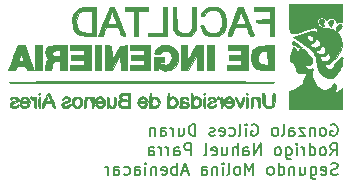
<source format=gbr>
G04 #@! TF.GenerationSoftware,KiCad,Pcbnew,(5.1.2)-1*
G04 #@! TF.CreationDate,2022-09-30T11:59:59-03:00*
G04 #@! TF.ProjectId,esp32,65737033-322e-46b6-9963-61645f706362,rev?*
G04 #@! TF.SameCoordinates,Original*
G04 #@! TF.FileFunction,Legend,Bot*
G04 #@! TF.FilePolarity,Positive*
%FSLAX46Y46*%
G04 Gerber Fmt 4.6, Leading zero omitted, Abs format (unit mm)*
G04 Created by KiCad (PCBNEW (5.1.2)-1) date 2022-09-30 11:59:59*
%MOMM*%
%LPD*%
G04 APERTURE LIST*
%ADD10C,0.150000*%
%ADD11C,0.010000*%
G04 APERTURE END LIST*
D10*
X164875595Y-129295000D02*
X164970833Y-129247380D01*
X165113690Y-129247380D01*
X165256547Y-129295000D01*
X165351785Y-129390238D01*
X165399404Y-129485476D01*
X165447023Y-129675952D01*
X165447023Y-129818809D01*
X165399404Y-130009285D01*
X165351785Y-130104523D01*
X165256547Y-130199761D01*
X165113690Y-130247380D01*
X165018452Y-130247380D01*
X164875595Y-130199761D01*
X164827976Y-130152142D01*
X164827976Y-129818809D01*
X165018452Y-129818809D01*
X164256547Y-130247380D02*
X164351785Y-130199761D01*
X164399404Y-130152142D01*
X164447023Y-130056904D01*
X164447023Y-129771190D01*
X164399404Y-129675952D01*
X164351785Y-129628333D01*
X164256547Y-129580714D01*
X164113690Y-129580714D01*
X164018452Y-129628333D01*
X163970833Y-129675952D01*
X163923214Y-129771190D01*
X163923214Y-130056904D01*
X163970833Y-130152142D01*
X164018452Y-130199761D01*
X164113690Y-130247380D01*
X164256547Y-130247380D01*
X163494642Y-129580714D02*
X163494642Y-130247380D01*
X163494642Y-129675952D02*
X163447023Y-129628333D01*
X163351785Y-129580714D01*
X163208928Y-129580714D01*
X163113690Y-129628333D01*
X163066071Y-129723571D01*
X163066071Y-130247380D01*
X162685119Y-129580714D02*
X162161309Y-129580714D01*
X162685119Y-130247380D01*
X162161309Y-130247380D01*
X161351785Y-130247380D02*
X161351785Y-129723571D01*
X161399404Y-129628333D01*
X161494642Y-129580714D01*
X161685119Y-129580714D01*
X161780357Y-129628333D01*
X161351785Y-130199761D02*
X161447023Y-130247380D01*
X161685119Y-130247380D01*
X161780357Y-130199761D01*
X161827976Y-130104523D01*
X161827976Y-130009285D01*
X161780357Y-129914047D01*
X161685119Y-129866428D01*
X161447023Y-129866428D01*
X161351785Y-129818809D01*
X160732738Y-130247380D02*
X160827976Y-130199761D01*
X160875595Y-130104523D01*
X160875595Y-129247380D01*
X160208928Y-130247380D02*
X160304166Y-130199761D01*
X160351785Y-130152142D01*
X160399404Y-130056904D01*
X160399404Y-129771190D01*
X160351785Y-129675952D01*
X160304166Y-129628333D01*
X160208928Y-129580714D01*
X160066071Y-129580714D01*
X159970833Y-129628333D01*
X159923214Y-129675952D01*
X159875595Y-129771190D01*
X159875595Y-130056904D01*
X159923214Y-130152142D01*
X159970833Y-130199761D01*
X160066071Y-130247380D01*
X160208928Y-130247380D01*
X158161309Y-129295000D02*
X158256547Y-129247380D01*
X158399404Y-129247380D01*
X158542261Y-129295000D01*
X158637500Y-129390238D01*
X158685119Y-129485476D01*
X158732738Y-129675952D01*
X158732738Y-129818809D01*
X158685119Y-130009285D01*
X158637500Y-130104523D01*
X158542261Y-130199761D01*
X158399404Y-130247380D01*
X158304166Y-130247380D01*
X158161309Y-130199761D01*
X158113690Y-130152142D01*
X158113690Y-129818809D01*
X158304166Y-129818809D01*
X157685119Y-130247380D02*
X157685119Y-129580714D01*
X157685119Y-129247380D02*
X157732738Y-129295000D01*
X157685119Y-129342619D01*
X157637500Y-129295000D01*
X157685119Y-129247380D01*
X157685119Y-129342619D01*
X157066071Y-130247380D02*
X157161309Y-130199761D01*
X157208928Y-130104523D01*
X157208928Y-129247380D01*
X156256547Y-130199761D02*
X156351785Y-130247380D01*
X156542261Y-130247380D01*
X156637500Y-130199761D01*
X156685119Y-130152142D01*
X156732738Y-130056904D01*
X156732738Y-129771190D01*
X156685119Y-129675952D01*
X156637500Y-129628333D01*
X156542261Y-129580714D01*
X156351785Y-129580714D01*
X156256547Y-129628333D01*
X155447023Y-130199761D02*
X155542261Y-130247380D01*
X155732738Y-130247380D01*
X155827976Y-130199761D01*
X155875595Y-130104523D01*
X155875595Y-129723571D01*
X155827976Y-129628333D01*
X155732738Y-129580714D01*
X155542261Y-129580714D01*
X155447023Y-129628333D01*
X155399404Y-129723571D01*
X155399404Y-129818809D01*
X155875595Y-129914047D01*
X155018452Y-130199761D02*
X154923214Y-130247380D01*
X154732738Y-130247380D01*
X154637500Y-130199761D01*
X154589880Y-130104523D01*
X154589880Y-130056904D01*
X154637500Y-129961666D01*
X154732738Y-129914047D01*
X154875595Y-129914047D01*
X154970833Y-129866428D01*
X155018452Y-129771190D01*
X155018452Y-129723571D01*
X154970833Y-129628333D01*
X154875595Y-129580714D01*
X154732738Y-129580714D01*
X154637500Y-129628333D01*
X153399404Y-130247380D02*
X153399404Y-129247380D01*
X153161309Y-129247380D01*
X153018452Y-129295000D01*
X152923214Y-129390238D01*
X152875595Y-129485476D01*
X152827976Y-129675952D01*
X152827976Y-129818809D01*
X152875595Y-130009285D01*
X152923214Y-130104523D01*
X153018452Y-130199761D01*
X153161309Y-130247380D01*
X153399404Y-130247380D01*
X151970833Y-129580714D02*
X151970833Y-130247380D01*
X152399404Y-129580714D02*
X152399404Y-130104523D01*
X152351785Y-130199761D01*
X152256547Y-130247380D01*
X152113690Y-130247380D01*
X152018452Y-130199761D01*
X151970833Y-130152142D01*
X151494642Y-130247380D02*
X151494642Y-129580714D01*
X151494642Y-129771190D02*
X151447023Y-129675952D01*
X151399404Y-129628333D01*
X151304166Y-129580714D01*
X151208928Y-129580714D01*
X150447023Y-130247380D02*
X150447023Y-129723571D01*
X150494642Y-129628333D01*
X150589880Y-129580714D01*
X150780357Y-129580714D01*
X150875595Y-129628333D01*
X150447023Y-130199761D02*
X150542261Y-130247380D01*
X150780357Y-130247380D01*
X150875595Y-130199761D01*
X150923214Y-130104523D01*
X150923214Y-130009285D01*
X150875595Y-129914047D01*
X150780357Y-129866428D01*
X150542261Y-129866428D01*
X150447023Y-129818809D01*
X149970833Y-129580714D02*
X149970833Y-130247380D01*
X149970833Y-129675952D02*
X149923214Y-129628333D01*
X149827976Y-129580714D01*
X149685119Y-129580714D01*
X149589880Y-129628333D01*
X149542261Y-129723571D01*
X149542261Y-130247380D01*
X164827976Y-131897380D02*
X165161309Y-131421190D01*
X165399404Y-131897380D02*
X165399404Y-130897380D01*
X165018452Y-130897380D01*
X164923214Y-130945000D01*
X164875595Y-130992619D01*
X164827976Y-131087857D01*
X164827976Y-131230714D01*
X164875595Y-131325952D01*
X164923214Y-131373571D01*
X165018452Y-131421190D01*
X165399404Y-131421190D01*
X164256547Y-131897380D02*
X164351785Y-131849761D01*
X164399404Y-131802142D01*
X164447023Y-131706904D01*
X164447023Y-131421190D01*
X164399404Y-131325952D01*
X164351785Y-131278333D01*
X164256547Y-131230714D01*
X164113690Y-131230714D01*
X164018452Y-131278333D01*
X163970833Y-131325952D01*
X163923214Y-131421190D01*
X163923214Y-131706904D01*
X163970833Y-131802142D01*
X164018452Y-131849761D01*
X164113690Y-131897380D01*
X164256547Y-131897380D01*
X163066071Y-131897380D02*
X163066071Y-130897380D01*
X163066071Y-131849761D02*
X163161309Y-131897380D01*
X163351785Y-131897380D01*
X163447023Y-131849761D01*
X163494642Y-131802142D01*
X163542261Y-131706904D01*
X163542261Y-131421190D01*
X163494642Y-131325952D01*
X163447023Y-131278333D01*
X163351785Y-131230714D01*
X163161309Y-131230714D01*
X163066071Y-131278333D01*
X162589880Y-131897380D02*
X162589880Y-131230714D01*
X162589880Y-131421190D02*
X162542261Y-131325952D01*
X162494642Y-131278333D01*
X162399404Y-131230714D01*
X162304166Y-131230714D01*
X161970833Y-131897380D02*
X161970833Y-131230714D01*
X161970833Y-130897380D02*
X162018452Y-130945000D01*
X161970833Y-130992619D01*
X161923214Y-130945000D01*
X161970833Y-130897380D01*
X161970833Y-130992619D01*
X161066071Y-131230714D02*
X161066071Y-132040238D01*
X161113690Y-132135476D01*
X161161309Y-132183095D01*
X161256547Y-132230714D01*
X161399404Y-132230714D01*
X161494642Y-132183095D01*
X161066071Y-131849761D02*
X161161309Y-131897380D01*
X161351785Y-131897380D01*
X161447023Y-131849761D01*
X161494642Y-131802142D01*
X161542261Y-131706904D01*
X161542261Y-131421190D01*
X161494642Y-131325952D01*
X161447023Y-131278333D01*
X161351785Y-131230714D01*
X161161309Y-131230714D01*
X161066071Y-131278333D01*
X160447023Y-131897380D02*
X160542261Y-131849761D01*
X160589880Y-131802142D01*
X160637500Y-131706904D01*
X160637500Y-131421190D01*
X160589880Y-131325952D01*
X160542261Y-131278333D01*
X160447023Y-131230714D01*
X160304166Y-131230714D01*
X160208928Y-131278333D01*
X160161309Y-131325952D01*
X160113690Y-131421190D01*
X160113690Y-131706904D01*
X160161309Y-131802142D01*
X160208928Y-131849761D01*
X160304166Y-131897380D01*
X160447023Y-131897380D01*
X158923214Y-131897380D02*
X158923214Y-130897380D01*
X158351785Y-131897380D01*
X158351785Y-130897380D01*
X157447023Y-131897380D02*
X157447023Y-131373571D01*
X157494642Y-131278333D01*
X157589880Y-131230714D01*
X157780357Y-131230714D01*
X157875595Y-131278333D01*
X157447023Y-131849761D02*
X157542261Y-131897380D01*
X157780357Y-131897380D01*
X157875595Y-131849761D01*
X157923214Y-131754523D01*
X157923214Y-131659285D01*
X157875595Y-131564047D01*
X157780357Y-131516428D01*
X157542261Y-131516428D01*
X157447023Y-131468809D01*
X156970833Y-131897380D02*
X156970833Y-130897380D01*
X156542261Y-131897380D02*
X156542261Y-131373571D01*
X156589880Y-131278333D01*
X156685119Y-131230714D01*
X156827976Y-131230714D01*
X156923214Y-131278333D01*
X156970833Y-131325952D01*
X155637500Y-131230714D02*
X155637500Y-131897380D01*
X156066071Y-131230714D02*
X156066071Y-131754523D01*
X156018452Y-131849761D01*
X155923214Y-131897380D01*
X155780357Y-131897380D01*
X155685119Y-131849761D01*
X155637500Y-131802142D01*
X154780357Y-131849761D02*
X154875595Y-131897380D01*
X155066071Y-131897380D01*
X155161309Y-131849761D01*
X155208928Y-131754523D01*
X155208928Y-131373571D01*
X155161309Y-131278333D01*
X155066071Y-131230714D01*
X154875595Y-131230714D01*
X154780357Y-131278333D01*
X154732738Y-131373571D01*
X154732738Y-131468809D01*
X155208928Y-131564047D01*
X154161309Y-131897380D02*
X154256547Y-131849761D01*
X154304166Y-131754523D01*
X154304166Y-130897380D01*
X153018452Y-131897380D02*
X153018452Y-130897380D01*
X152637500Y-130897380D01*
X152542261Y-130945000D01*
X152494642Y-130992619D01*
X152447023Y-131087857D01*
X152447023Y-131230714D01*
X152494642Y-131325952D01*
X152542261Y-131373571D01*
X152637500Y-131421190D01*
X153018452Y-131421190D01*
X151589880Y-131897380D02*
X151589880Y-131373571D01*
X151637500Y-131278333D01*
X151732738Y-131230714D01*
X151923214Y-131230714D01*
X152018452Y-131278333D01*
X151589880Y-131849761D02*
X151685119Y-131897380D01*
X151923214Y-131897380D01*
X152018452Y-131849761D01*
X152066071Y-131754523D01*
X152066071Y-131659285D01*
X152018452Y-131564047D01*
X151923214Y-131516428D01*
X151685119Y-131516428D01*
X151589880Y-131468809D01*
X151113690Y-131897380D02*
X151113690Y-131230714D01*
X151113690Y-131421190D02*
X151066071Y-131325952D01*
X151018452Y-131278333D01*
X150923214Y-131230714D01*
X150827976Y-131230714D01*
X150494642Y-131897380D02*
X150494642Y-131230714D01*
X150494642Y-131421190D02*
X150447023Y-131325952D01*
X150399404Y-131278333D01*
X150304166Y-131230714D01*
X150208928Y-131230714D01*
X149447023Y-131897380D02*
X149447023Y-131373571D01*
X149494642Y-131278333D01*
X149589880Y-131230714D01*
X149780357Y-131230714D01*
X149875595Y-131278333D01*
X149447023Y-131849761D02*
X149542261Y-131897380D01*
X149780357Y-131897380D01*
X149875595Y-131849761D01*
X149923214Y-131754523D01*
X149923214Y-131659285D01*
X149875595Y-131564047D01*
X149780357Y-131516428D01*
X149542261Y-131516428D01*
X149447023Y-131468809D01*
X165447023Y-133499761D02*
X165304166Y-133547380D01*
X165066071Y-133547380D01*
X164970833Y-133499761D01*
X164923214Y-133452142D01*
X164875595Y-133356904D01*
X164875595Y-133261666D01*
X164923214Y-133166428D01*
X164970833Y-133118809D01*
X165066071Y-133071190D01*
X165256547Y-133023571D01*
X165351785Y-132975952D01*
X165399404Y-132928333D01*
X165447023Y-132833095D01*
X165447023Y-132737857D01*
X165399404Y-132642619D01*
X165351785Y-132595000D01*
X165256547Y-132547380D01*
X165018452Y-132547380D01*
X164875595Y-132595000D01*
X164066071Y-133499761D02*
X164161309Y-133547380D01*
X164351785Y-133547380D01*
X164447023Y-133499761D01*
X164494642Y-133404523D01*
X164494642Y-133023571D01*
X164447023Y-132928333D01*
X164351785Y-132880714D01*
X164161309Y-132880714D01*
X164066071Y-132928333D01*
X164018452Y-133023571D01*
X164018452Y-133118809D01*
X164494642Y-133214047D01*
X163161309Y-132880714D02*
X163161309Y-133690238D01*
X163208928Y-133785476D01*
X163256547Y-133833095D01*
X163351785Y-133880714D01*
X163494642Y-133880714D01*
X163589880Y-133833095D01*
X163161309Y-133499761D02*
X163256547Y-133547380D01*
X163447023Y-133547380D01*
X163542261Y-133499761D01*
X163589880Y-133452142D01*
X163637500Y-133356904D01*
X163637500Y-133071190D01*
X163589880Y-132975952D01*
X163542261Y-132928333D01*
X163447023Y-132880714D01*
X163256547Y-132880714D01*
X163161309Y-132928333D01*
X162256547Y-132880714D02*
X162256547Y-133547380D01*
X162685119Y-132880714D02*
X162685119Y-133404523D01*
X162637500Y-133499761D01*
X162542261Y-133547380D01*
X162399404Y-133547380D01*
X162304166Y-133499761D01*
X162256547Y-133452142D01*
X161780357Y-132880714D02*
X161780357Y-133547380D01*
X161780357Y-132975952D02*
X161732738Y-132928333D01*
X161637500Y-132880714D01*
X161494642Y-132880714D01*
X161399404Y-132928333D01*
X161351785Y-133023571D01*
X161351785Y-133547380D01*
X160447023Y-133547380D02*
X160447023Y-132547380D01*
X160447023Y-133499761D02*
X160542261Y-133547380D01*
X160732738Y-133547380D01*
X160827976Y-133499761D01*
X160875595Y-133452142D01*
X160923214Y-133356904D01*
X160923214Y-133071190D01*
X160875595Y-132975952D01*
X160827976Y-132928333D01*
X160732738Y-132880714D01*
X160542261Y-132880714D01*
X160447023Y-132928333D01*
X159827976Y-133547380D02*
X159923214Y-133499761D01*
X159970833Y-133452142D01*
X160018452Y-133356904D01*
X160018452Y-133071190D01*
X159970833Y-132975952D01*
X159923214Y-132928333D01*
X159827976Y-132880714D01*
X159685119Y-132880714D01*
X159589880Y-132928333D01*
X159542261Y-132975952D01*
X159494642Y-133071190D01*
X159494642Y-133356904D01*
X159542261Y-133452142D01*
X159589880Y-133499761D01*
X159685119Y-133547380D01*
X159827976Y-133547380D01*
X158304166Y-133547380D02*
X158304166Y-132547380D01*
X157970833Y-133261666D01*
X157637500Y-132547380D01*
X157637500Y-133547380D01*
X157018452Y-133547380D02*
X157113690Y-133499761D01*
X157161309Y-133452142D01*
X157208928Y-133356904D01*
X157208928Y-133071190D01*
X157161309Y-132975952D01*
X157113690Y-132928333D01*
X157018452Y-132880714D01*
X156875595Y-132880714D01*
X156780357Y-132928333D01*
X156732738Y-132975952D01*
X156685119Y-133071190D01*
X156685119Y-133356904D01*
X156732738Y-133452142D01*
X156780357Y-133499761D01*
X156875595Y-133547380D01*
X157018452Y-133547380D01*
X156113690Y-133547380D02*
X156208928Y-133499761D01*
X156256547Y-133404523D01*
X156256547Y-132547380D01*
X155732738Y-133547380D02*
X155732738Y-132880714D01*
X155732738Y-132547380D02*
X155780357Y-132595000D01*
X155732738Y-132642619D01*
X155685119Y-132595000D01*
X155732738Y-132547380D01*
X155732738Y-132642619D01*
X155256547Y-132880714D02*
X155256547Y-133547380D01*
X155256547Y-132975952D02*
X155208928Y-132928333D01*
X155113690Y-132880714D01*
X154970833Y-132880714D01*
X154875595Y-132928333D01*
X154827976Y-133023571D01*
X154827976Y-133547380D01*
X153923214Y-133547380D02*
X153923214Y-133023571D01*
X153970833Y-132928333D01*
X154066071Y-132880714D01*
X154256547Y-132880714D01*
X154351785Y-132928333D01*
X153923214Y-133499761D02*
X154018452Y-133547380D01*
X154256547Y-133547380D01*
X154351785Y-133499761D01*
X154399404Y-133404523D01*
X154399404Y-133309285D01*
X154351785Y-133214047D01*
X154256547Y-133166428D01*
X154018452Y-133166428D01*
X153923214Y-133118809D01*
X152732738Y-133261666D02*
X152256547Y-133261666D01*
X152827976Y-133547380D02*
X152494642Y-132547380D01*
X152161309Y-133547380D01*
X151827976Y-133547380D02*
X151827976Y-132547380D01*
X151827976Y-132928333D02*
X151732738Y-132880714D01*
X151542261Y-132880714D01*
X151447023Y-132928333D01*
X151399404Y-132975952D01*
X151351785Y-133071190D01*
X151351785Y-133356904D01*
X151399404Y-133452142D01*
X151447023Y-133499761D01*
X151542261Y-133547380D01*
X151732738Y-133547380D01*
X151827976Y-133499761D01*
X150542261Y-133499761D02*
X150637500Y-133547380D01*
X150827976Y-133547380D01*
X150923214Y-133499761D01*
X150970833Y-133404523D01*
X150970833Y-133023571D01*
X150923214Y-132928333D01*
X150827976Y-132880714D01*
X150637500Y-132880714D01*
X150542261Y-132928333D01*
X150494642Y-133023571D01*
X150494642Y-133118809D01*
X150970833Y-133214047D01*
X150066071Y-132880714D02*
X150066071Y-133547380D01*
X150066071Y-132975952D02*
X150018452Y-132928333D01*
X149923214Y-132880714D01*
X149780357Y-132880714D01*
X149685119Y-132928333D01*
X149637500Y-133023571D01*
X149637500Y-133547380D01*
X149161309Y-133547380D02*
X149161309Y-132880714D01*
X149161309Y-132547380D02*
X149208928Y-132595000D01*
X149161309Y-132642619D01*
X149113690Y-132595000D01*
X149161309Y-132547380D01*
X149161309Y-132642619D01*
X148256547Y-133547380D02*
X148256547Y-133023571D01*
X148304166Y-132928333D01*
X148399404Y-132880714D01*
X148589880Y-132880714D01*
X148685119Y-132928333D01*
X148256547Y-133499761D02*
X148351785Y-133547380D01*
X148589880Y-133547380D01*
X148685119Y-133499761D01*
X148732738Y-133404523D01*
X148732738Y-133309285D01*
X148685119Y-133214047D01*
X148589880Y-133166428D01*
X148351785Y-133166428D01*
X148256547Y-133118809D01*
X147351785Y-133499761D02*
X147447023Y-133547380D01*
X147637500Y-133547380D01*
X147732738Y-133499761D01*
X147780357Y-133452142D01*
X147827976Y-133356904D01*
X147827976Y-133071190D01*
X147780357Y-132975952D01*
X147732738Y-132928333D01*
X147637500Y-132880714D01*
X147447023Y-132880714D01*
X147351785Y-132928333D01*
X146494642Y-133547380D02*
X146494642Y-133023571D01*
X146542261Y-132928333D01*
X146637500Y-132880714D01*
X146827976Y-132880714D01*
X146923214Y-132928333D01*
X146494642Y-133499761D02*
X146589880Y-133547380D01*
X146827976Y-133547380D01*
X146923214Y-133499761D01*
X146970833Y-133404523D01*
X146970833Y-133309285D01*
X146923214Y-133214047D01*
X146827976Y-133166428D01*
X146589880Y-133166428D01*
X146494642Y-133118809D01*
X146018452Y-133547380D02*
X146018452Y-132880714D01*
X146018452Y-133071190D02*
X145970833Y-132975952D01*
X145923214Y-132928333D01*
X145827976Y-132880714D01*
X145732738Y-132880714D01*
D11*
G36*
X163945606Y-120386016D02*
G01*
X163887950Y-120516198D01*
X163883000Y-120579113D01*
X163926721Y-120759421D01*
X164057379Y-120887502D01*
X164179461Y-120939598D01*
X164261729Y-120956425D01*
X164267467Y-120920235D01*
X164249343Y-120882107D01*
X164226989Y-120759265D01*
X164241412Y-120686800D01*
X164282900Y-120515834D01*
X164244272Y-120400183D01*
X164187800Y-120356600D01*
X164052187Y-120327975D01*
X163945606Y-120386016D01*
X163945606Y-120386016D01*
G37*
X163945606Y-120386016D02*
X163887950Y-120516198D01*
X163883000Y-120579113D01*
X163926721Y-120759421D01*
X164057379Y-120887502D01*
X164179461Y-120939598D01*
X164261729Y-120956425D01*
X164267467Y-120920235D01*
X164249343Y-120882107D01*
X164226989Y-120759265D01*
X164241412Y-120686800D01*
X164282900Y-120515834D01*
X164244272Y-120400183D01*
X164187800Y-120356600D01*
X164052187Y-120327975D01*
X163945606Y-120386016D01*
G36*
X164790550Y-120433230D02*
G01*
X164701727Y-120520278D01*
X164656232Y-120647178D01*
X164671411Y-120793471D01*
X164697478Y-120851285D01*
X164775403Y-120957067D01*
X164847704Y-121006077D01*
X164893058Y-120987559D01*
X164899000Y-120952906D01*
X164933962Y-120866607D01*
X165000600Y-120788400D01*
X165088475Y-120661792D01*
X165086253Y-120536451D01*
X165028797Y-120460520D01*
X164905355Y-120406491D01*
X164790550Y-120433230D01*
X164790550Y-120433230D01*
G37*
X164790550Y-120433230D02*
X164701727Y-120520278D01*
X164656232Y-120647178D01*
X164671411Y-120793471D01*
X164697478Y-120851285D01*
X164775403Y-120957067D01*
X164847704Y-121006077D01*
X164893058Y-120987559D01*
X164899000Y-120952906D01*
X164933962Y-120866607D01*
X165000600Y-120788400D01*
X165088475Y-120661792D01*
X165086253Y-120536451D01*
X165028797Y-120460520D01*
X164905355Y-120406491D01*
X164790550Y-120433230D01*
G36*
X165433495Y-120842260D02*
G01*
X165363910Y-120944166D01*
X165310405Y-121134262D01*
X165344828Y-121284811D01*
X165370516Y-121321800D01*
X165416933Y-121357504D01*
X165476676Y-121341171D01*
X165572977Y-121263086D01*
X165622900Y-121216239D01*
X165760379Y-121061257D01*
X165807029Y-120941583D01*
X165764370Y-120850165D01*
X165709882Y-120812773D01*
X165560936Y-120780082D01*
X165433495Y-120842260D01*
X165433495Y-120842260D01*
G37*
X165433495Y-120842260D02*
X165363910Y-120944166D01*
X165310405Y-121134262D01*
X165344828Y-121284811D01*
X165370516Y-121321800D01*
X165416933Y-121357504D01*
X165476676Y-121341171D01*
X165572977Y-121263086D01*
X165622900Y-121216239D01*
X165760379Y-121061257D01*
X165807029Y-120941583D01*
X165764370Y-120850165D01*
X165709882Y-120812773D01*
X165560936Y-120780082D01*
X165433495Y-120842260D01*
G36*
X144337700Y-119348375D02*
G01*
X144060229Y-119357980D01*
X143861060Y-119371366D01*
X143716895Y-119392402D01*
X143604437Y-119424958D01*
X143500387Y-119472903D01*
X143462039Y-119493816D01*
X143251671Y-119644918D01*
X143106718Y-119834446D01*
X143019647Y-120078683D01*
X142982924Y-120393909D01*
X142980599Y-120534400D01*
X143005154Y-120903468D01*
X143079367Y-121194783D01*
X143208922Y-121422183D01*
X143399506Y-121599507D01*
X143425498Y-121617251D01*
X143515826Y-121673034D01*
X143603341Y-121711815D01*
X143709527Y-121737315D01*
X143855866Y-121753259D01*
X144063843Y-121763369D01*
X144308344Y-121770235D01*
X144985400Y-121786871D01*
X144985400Y-119645400D01*
X144680600Y-119645400D01*
X144680600Y-120551333D01*
X144678558Y-120845423D01*
X144672888Y-121104105D01*
X144664279Y-121310334D01*
X144653417Y-121447064D01*
X144642500Y-121496404D01*
X144576701Y-121512473D01*
X144437516Y-121519218D01*
X144252830Y-121515500D01*
X144218302Y-121513712D01*
X143956942Y-121487068D01*
X143766165Y-121437145D01*
X143651927Y-121380465D01*
X143473028Y-121211033D01*
X143359697Y-120964292D01*
X143311852Y-120640037D01*
X143310116Y-120546071D01*
X143340680Y-120238008D01*
X143425526Y-119983022D01*
X143557870Y-119797120D01*
X143658086Y-119724968D01*
X143822197Y-119674194D01*
X144072855Y-119648871D01*
X144246278Y-119645400D01*
X144680600Y-119645400D01*
X144985400Y-119645400D01*
X144985400Y-119330396D01*
X144337700Y-119348375D01*
X144337700Y-119348375D01*
G37*
X144337700Y-119348375D02*
X144060229Y-119357980D01*
X143861060Y-119371366D01*
X143716895Y-119392402D01*
X143604437Y-119424958D01*
X143500387Y-119472903D01*
X143462039Y-119493816D01*
X143251671Y-119644918D01*
X143106718Y-119834446D01*
X143019647Y-120078683D01*
X142982924Y-120393909D01*
X142980599Y-120534400D01*
X143005154Y-120903468D01*
X143079367Y-121194783D01*
X143208922Y-121422183D01*
X143399506Y-121599507D01*
X143425498Y-121617251D01*
X143515826Y-121673034D01*
X143603341Y-121711815D01*
X143709527Y-121737315D01*
X143855866Y-121753259D01*
X144063843Y-121763369D01*
X144308344Y-121770235D01*
X144985400Y-121786871D01*
X144985400Y-119645400D01*
X144680600Y-119645400D01*
X144680600Y-120551333D01*
X144678558Y-120845423D01*
X144672888Y-121104105D01*
X144664279Y-121310334D01*
X144653417Y-121447064D01*
X144642500Y-121496404D01*
X144576701Y-121512473D01*
X144437516Y-121519218D01*
X144252830Y-121515500D01*
X144218302Y-121513712D01*
X143956942Y-121487068D01*
X143766165Y-121437145D01*
X143651927Y-121380465D01*
X143473028Y-121211033D01*
X143359697Y-120964292D01*
X143311852Y-120640037D01*
X143310116Y-120546071D01*
X143340680Y-120238008D01*
X143425526Y-119983022D01*
X143557870Y-119797120D01*
X143658086Y-119724968D01*
X143822197Y-119674194D01*
X144072855Y-119648871D01*
X144246278Y-119645400D01*
X144680600Y-119645400D01*
X144985400Y-119645400D01*
X144985400Y-119330396D01*
X144337700Y-119348375D01*
G36*
X145736866Y-120382000D02*
G01*
X145614429Y-120695492D01*
X145500004Y-120988245D01*
X145400363Y-121242952D01*
X145322277Y-121442302D01*
X145272521Y-121568988D01*
X145264817Y-121588500D01*
X145189423Y-121779000D01*
X145571953Y-121779000D01*
X145693017Y-121423400D01*
X145814080Y-121067800D01*
X146850957Y-121067800D01*
X146976248Y-121410700D01*
X147044021Y-121588805D01*
X147097369Y-121692635D01*
X147155206Y-121743888D01*
X147236445Y-121764265D01*
X147288905Y-121769416D01*
X147476272Y-121785232D01*
X147398908Y-121591616D01*
X147357250Y-121486616D01*
X147285273Y-121304402D01*
X147189816Y-121062323D01*
X147077719Y-120777724D01*
X147058928Y-120729972D01*
X146712600Y-120729972D01*
X146665948Y-120745759D01*
X146542541Y-120757438D01*
X146367209Y-120762855D01*
X146331600Y-120763000D01*
X146149470Y-120760198D01*
X146014746Y-120752786D01*
X145952260Y-120742256D01*
X145950600Y-120740120D01*
X145966897Y-120684110D01*
X146009825Y-120558246D01*
X146070438Y-120387110D01*
X146139793Y-120195281D01*
X146208945Y-120007340D01*
X146268950Y-119847868D01*
X146310862Y-119741444D01*
X146324983Y-119711284D01*
X146346864Y-119748975D01*
X146394081Y-119859005D01*
X146457758Y-120018047D01*
X146529019Y-120202772D01*
X146598987Y-120389853D01*
X146658786Y-120555964D01*
X146699539Y-120677776D01*
X146712600Y-120729972D01*
X147058928Y-120729972D01*
X146955820Y-120467955D01*
X146922015Y-120382000D01*
X146522485Y-119366000D01*
X146133520Y-119366000D01*
X145736866Y-120382000D01*
X145736866Y-120382000D01*
G37*
X145736866Y-120382000D02*
X145614429Y-120695492D01*
X145500004Y-120988245D01*
X145400363Y-121242952D01*
X145322277Y-121442302D01*
X145272521Y-121568988D01*
X145264817Y-121588500D01*
X145189423Y-121779000D01*
X145571953Y-121779000D01*
X145693017Y-121423400D01*
X145814080Y-121067800D01*
X146850957Y-121067800D01*
X146976248Y-121410700D01*
X147044021Y-121588805D01*
X147097369Y-121692635D01*
X147155206Y-121743888D01*
X147236445Y-121764265D01*
X147288905Y-121769416D01*
X147476272Y-121785232D01*
X147398908Y-121591616D01*
X147357250Y-121486616D01*
X147285273Y-121304402D01*
X147189816Y-121062323D01*
X147077719Y-120777724D01*
X147058928Y-120729972D01*
X146712600Y-120729972D01*
X146665948Y-120745759D01*
X146542541Y-120757438D01*
X146367209Y-120762855D01*
X146331600Y-120763000D01*
X146149470Y-120760198D01*
X146014746Y-120752786D01*
X145952260Y-120742256D01*
X145950600Y-120740120D01*
X145966897Y-120684110D01*
X146009825Y-120558246D01*
X146070438Y-120387110D01*
X146139793Y-120195281D01*
X146208945Y-120007340D01*
X146268950Y-119847868D01*
X146310862Y-119741444D01*
X146324983Y-119711284D01*
X146346864Y-119748975D01*
X146394081Y-119859005D01*
X146457758Y-120018047D01*
X146529019Y-120202772D01*
X146598987Y-120389853D01*
X146658786Y-120555964D01*
X146699539Y-120677776D01*
X146712600Y-120729972D01*
X147058928Y-120729972D01*
X146955820Y-120467955D01*
X146922015Y-120382000D01*
X146522485Y-119366000D01*
X146133520Y-119366000D01*
X145736866Y-120382000D01*
G36*
X147423800Y-119645400D02*
G01*
X148236600Y-119645400D01*
X148236600Y-121779000D01*
X148541400Y-121779000D01*
X148541400Y-119645400D01*
X149405000Y-119645400D01*
X149405000Y-119340600D01*
X147423800Y-119340600D01*
X147423800Y-119645400D01*
X147423800Y-119645400D01*
G37*
X147423800Y-119645400D02*
X148236600Y-119645400D01*
X148236600Y-121779000D01*
X148541400Y-121779000D01*
X148541400Y-119645400D01*
X149405000Y-119645400D01*
X149405000Y-119340600D01*
X147423800Y-119340600D01*
X147423800Y-119645400D01*
G36*
X150675000Y-121525000D02*
G01*
X149354200Y-121525000D01*
X149354200Y-121779000D01*
X150979800Y-121779000D01*
X150979800Y-119340600D01*
X150675000Y-119340600D01*
X150675000Y-121525000D01*
X150675000Y-121525000D01*
G37*
X150675000Y-121525000D02*
X149354200Y-121525000D01*
X149354200Y-121779000D01*
X150979800Y-121779000D01*
X150979800Y-119340600D01*
X150675000Y-119340600D01*
X150675000Y-121525000D01*
G36*
X156606364Y-120470900D02*
G01*
X156480982Y-120792964D01*
X156366687Y-121086833D01*
X156269055Y-121338146D01*
X156193663Y-121532540D01*
X156146088Y-121655653D01*
X156132929Y-121690100D01*
X156126886Y-121749258D01*
X156183201Y-121774572D01*
X156284560Y-121779000D01*
X156412229Y-121763186D01*
X156486798Y-121724086D01*
X156491449Y-121715500D01*
X156519891Y-121636103D01*
X156571083Y-121495158D01*
X156620505Y-121359900D01*
X156727500Y-121067800D01*
X157765291Y-121067800D01*
X157888600Y-121423400D01*
X157954238Y-121605597D01*
X158004840Y-121711768D01*
X158057125Y-121762395D01*
X158127811Y-121777961D01*
X158178855Y-121779000D01*
X158291935Y-121768849D01*
X158344935Y-121744091D01*
X158345494Y-121740900D01*
X158327579Y-121684934D01*
X158277380Y-121547781D01*
X158199955Y-121342743D01*
X158100362Y-121083123D01*
X157983658Y-120782222D01*
X157959005Y-120719178D01*
X157618171Y-120719178D01*
X157586223Y-120745862D01*
X157495342Y-120758852D01*
X157326979Y-120762850D01*
X157259036Y-120763000D01*
X157075435Y-120758396D01*
X156939010Y-120746208D01*
X156874434Y-120728865D01*
X156872311Y-120724900D01*
X156888400Y-120653359D01*
X156931082Y-120518609D01*
X156991251Y-120345253D01*
X157059805Y-120157895D01*
X157127638Y-119981141D01*
X157185647Y-119839594D01*
X157224727Y-119757858D01*
X157234119Y-119747095D01*
X157264403Y-119791359D01*
X157318769Y-119909785D01*
X157387611Y-120080679D01*
X157419715Y-120166100D01*
X157493856Y-120366605D01*
X157557844Y-120538024D01*
X157601177Y-120652282D01*
X157609732Y-120674100D01*
X157618171Y-120719178D01*
X157959005Y-120719178D01*
X157888294Y-120538354D01*
X157762332Y-120216676D01*
X157649666Y-119927713D01*
X157555323Y-119684459D01*
X157484331Y-119499910D01*
X157441716Y-119387060D01*
X157431400Y-119357254D01*
X157386433Y-119346583D01*
X157274821Y-119340891D01*
X157239001Y-119340600D01*
X157046602Y-119340600D01*
X156606364Y-120470900D01*
X156606364Y-120470900D01*
G37*
X156606364Y-120470900D02*
X156480982Y-120792964D01*
X156366687Y-121086833D01*
X156269055Y-121338146D01*
X156193663Y-121532540D01*
X156146088Y-121655653D01*
X156132929Y-121690100D01*
X156126886Y-121749258D01*
X156183201Y-121774572D01*
X156284560Y-121779000D01*
X156412229Y-121763186D01*
X156486798Y-121724086D01*
X156491449Y-121715500D01*
X156519891Y-121636103D01*
X156571083Y-121495158D01*
X156620505Y-121359900D01*
X156727500Y-121067800D01*
X157765291Y-121067800D01*
X157888600Y-121423400D01*
X157954238Y-121605597D01*
X158004840Y-121711768D01*
X158057125Y-121762395D01*
X158127811Y-121777961D01*
X158178855Y-121779000D01*
X158291935Y-121768849D01*
X158344935Y-121744091D01*
X158345494Y-121740900D01*
X158327579Y-121684934D01*
X158277380Y-121547781D01*
X158199955Y-121342743D01*
X158100362Y-121083123D01*
X157983658Y-120782222D01*
X157959005Y-120719178D01*
X157618171Y-120719178D01*
X157586223Y-120745862D01*
X157495342Y-120758852D01*
X157326979Y-120762850D01*
X157259036Y-120763000D01*
X157075435Y-120758396D01*
X156939010Y-120746208D01*
X156874434Y-120728865D01*
X156872311Y-120724900D01*
X156888400Y-120653359D01*
X156931082Y-120518609D01*
X156991251Y-120345253D01*
X157059805Y-120157895D01*
X157127638Y-119981141D01*
X157185647Y-119839594D01*
X157224727Y-119757858D01*
X157234119Y-119747095D01*
X157264403Y-119791359D01*
X157318769Y-119909785D01*
X157387611Y-120080679D01*
X157419715Y-120166100D01*
X157493856Y-120366605D01*
X157557844Y-120538024D01*
X157601177Y-120652282D01*
X157609732Y-120674100D01*
X157618171Y-120719178D01*
X157959005Y-120719178D01*
X157888294Y-120538354D01*
X157762332Y-120216676D01*
X157649666Y-119927713D01*
X157555323Y-119684459D01*
X157484331Y-119499910D01*
X157441716Y-119387060D01*
X157431400Y-119357254D01*
X157386433Y-119346583D01*
X157274821Y-119340891D01*
X157239001Y-119340600D01*
X157046602Y-119340600D01*
X156606364Y-120470900D01*
G36*
X158396600Y-119645400D02*
G01*
X159721852Y-119645400D01*
X159692000Y-120382000D01*
X159120500Y-120396363D01*
X158873286Y-120403281D01*
X158710164Y-120412016D01*
X158613652Y-120426791D01*
X158566272Y-120451827D01*
X158550542Y-120491346D01*
X158549000Y-120534400D01*
X158552256Y-120587978D01*
X158573676Y-120623817D01*
X158630742Y-120646136D01*
X158740932Y-120659158D01*
X158921727Y-120667106D01*
X159120500Y-120672436D01*
X159692000Y-120686800D01*
X159720838Y-121779000D01*
X160022200Y-121779000D01*
X160022200Y-119340600D01*
X158396600Y-119340600D01*
X158396600Y-119645400D01*
X158396600Y-119645400D01*
G37*
X158396600Y-119645400D02*
X159721852Y-119645400D01*
X159692000Y-120382000D01*
X159120500Y-120396363D01*
X158873286Y-120403281D01*
X158710164Y-120412016D01*
X158613652Y-120426791D01*
X158566272Y-120451827D01*
X158550542Y-120491346D01*
X158549000Y-120534400D01*
X158552256Y-120587978D01*
X158573676Y-120623817D01*
X158630742Y-120646136D01*
X158740932Y-120659158D01*
X158921727Y-120667106D01*
X159120500Y-120672436D01*
X159692000Y-120686800D01*
X159720838Y-121779000D01*
X160022200Y-121779000D01*
X160022200Y-119340600D01*
X158396600Y-119340600D01*
X158396600Y-119645400D01*
G36*
X153112652Y-120242300D02*
G01*
X153108844Y-120636577D01*
X153097959Y-120934250D01*
X153079701Y-121140087D01*
X153053770Y-121258858D01*
X153048445Y-121271000D01*
X152921737Y-121419986D01*
X152733718Y-121518670D01*
X152513444Y-121563188D01*
X152289968Y-121549679D01*
X152092345Y-121474281D01*
X152009249Y-121409139D01*
X151937458Y-121318105D01*
X151883131Y-121198226D01*
X151844051Y-121035544D01*
X151818001Y-120816103D01*
X151802764Y-120525948D01*
X151796122Y-120151121D01*
X151795629Y-120064500D01*
X151792600Y-119340600D01*
X151487800Y-119340600D01*
X151487800Y-120264361D01*
X151488895Y-120601053D01*
X151493210Y-120853394D01*
X151502288Y-121038618D01*
X151517676Y-121173960D01*
X151540917Y-121276653D01*
X151573556Y-121363933D01*
X151589405Y-121398009D01*
X151727184Y-121601030D01*
X151917407Y-121736132D01*
X152172544Y-121809470D01*
X152459917Y-121827811D01*
X152668683Y-121817576D01*
X152857496Y-121792641D01*
X152985731Y-121758384D01*
X152986400Y-121758088D01*
X153206858Y-121609269D01*
X153366987Y-121397433D01*
X153419414Y-121266769D01*
X153435916Y-121159024D01*
X153450092Y-120970650D01*
X153460952Y-120722607D01*
X153467505Y-120435857D01*
X153469000Y-120217235D01*
X153469000Y-119340600D01*
X153113400Y-119340600D01*
X153112652Y-120242300D01*
X153112652Y-120242300D01*
G37*
X153112652Y-120242300D02*
X153108844Y-120636577D01*
X153097959Y-120934250D01*
X153079701Y-121140087D01*
X153053770Y-121258858D01*
X153048445Y-121271000D01*
X152921737Y-121419986D01*
X152733718Y-121518670D01*
X152513444Y-121563188D01*
X152289968Y-121549679D01*
X152092345Y-121474281D01*
X152009249Y-121409139D01*
X151937458Y-121318105D01*
X151883131Y-121198226D01*
X151844051Y-121035544D01*
X151818001Y-120816103D01*
X151802764Y-120525948D01*
X151796122Y-120151121D01*
X151795629Y-120064500D01*
X151792600Y-119340600D01*
X151487800Y-119340600D01*
X151487800Y-120264361D01*
X151488895Y-120601053D01*
X151493210Y-120853394D01*
X151502288Y-121038618D01*
X151517676Y-121173960D01*
X151540917Y-121276653D01*
X151573556Y-121363933D01*
X151589405Y-121398009D01*
X151727184Y-121601030D01*
X151917407Y-121736132D01*
X152172544Y-121809470D01*
X152459917Y-121827811D01*
X152668683Y-121817576D01*
X152857496Y-121792641D01*
X152985731Y-121758384D01*
X152986400Y-121758088D01*
X153206858Y-121609269D01*
X153366987Y-121397433D01*
X153419414Y-121266769D01*
X153435916Y-121159024D01*
X153450092Y-120970650D01*
X153460952Y-120722607D01*
X153467505Y-120435857D01*
X153469000Y-120217235D01*
X153469000Y-119340600D01*
X153113400Y-119340600D01*
X153112652Y-120242300D01*
G36*
X154621640Y-119309788D02*
G01*
X154328139Y-119392811D01*
X154098126Y-119553985D01*
X153929222Y-119794759D01*
X153853013Y-119988300D01*
X153840120Y-120064347D01*
X153881631Y-120096218D01*
X153998009Y-120102600D01*
X154126218Y-120089414D01*
X154189043Y-120036621D01*
X154208931Y-119980417D01*
X154301661Y-119801530D01*
X154463940Y-119672210D01*
X154673988Y-119597510D01*
X154910024Y-119582484D01*
X155150267Y-119632186D01*
X155328780Y-119720584D01*
X155476728Y-119872659D01*
X155586724Y-120095562D01*
X155653330Y-120363866D01*
X155671106Y-120652140D01*
X155634612Y-120934956D01*
X155608274Y-121027160D01*
X155480982Y-121258400D01*
X155283825Y-121433599D01*
X155038594Y-121540553D01*
X154767079Y-121567059D01*
X154666681Y-121554479D01*
X154494441Y-121478785D01*
X154330624Y-121334962D01*
X154205090Y-121154193D01*
X154155629Y-121020773D01*
X154115212Y-120909603D01*
X154037420Y-120868613D01*
X153966317Y-120864600D01*
X153866329Y-120871018D01*
X153829089Y-120909969D01*
X153835247Y-121011000D01*
X153842090Y-121054296D01*
X153920209Y-121281718D01*
X154065307Y-121504429D01*
X154248935Y-121682848D01*
X154331808Y-121735644D01*
X154538100Y-121804829D01*
X154795978Y-121834534D01*
X155066781Y-121825459D01*
X155311850Y-121778305D01*
X155460847Y-121715191D01*
X155705826Y-121509388D01*
X155879960Y-121234782D01*
X155980504Y-120897972D01*
X156004708Y-120505557D01*
X156000072Y-120419950D01*
X155933133Y-120057795D01*
X155792666Y-119759084D01*
X155584164Y-119529837D01*
X155313120Y-119376069D01*
X154985026Y-119303799D01*
X154981013Y-119303471D01*
X154621640Y-119309788D01*
X154621640Y-119309788D01*
G37*
X154621640Y-119309788D02*
X154328139Y-119392811D01*
X154098126Y-119553985D01*
X153929222Y-119794759D01*
X153853013Y-119988300D01*
X153840120Y-120064347D01*
X153881631Y-120096218D01*
X153998009Y-120102600D01*
X154126218Y-120089414D01*
X154189043Y-120036621D01*
X154208931Y-119980417D01*
X154301661Y-119801530D01*
X154463940Y-119672210D01*
X154673988Y-119597510D01*
X154910024Y-119582484D01*
X155150267Y-119632186D01*
X155328780Y-119720584D01*
X155476728Y-119872659D01*
X155586724Y-120095562D01*
X155653330Y-120363866D01*
X155671106Y-120652140D01*
X155634612Y-120934956D01*
X155608274Y-121027160D01*
X155480982Y-121258400D01*
X155283825Y-121433599D01*
X155038594Y-121540553D01*
X154767079Y-121567059D01*
X154666681Y-121554479D01*
X154494441Y-121478785D01*
X154330624Y-121334962D01*
X154205090Y-121154193D01*
X154155629Y-121020773D01*
X154115212Y-120909603D01*
X154037420Y-120868613D01*
X153966317Y-120864600D01*
X153866329Y-120871018D01*
X153829089Y-120909969D01*
X153835247Y-121011000D01*
X153842090Y-121054296D01*
X153920209Y-121281718D01*
X154065307Y-121504429D01*
X154248935Y-121682848D01*
X154331808Y-121735644D01*
X154538100Y-121804829D01*
X154795978Y-121834534D01*
X155066781Y-121825459D01*
X155311850Y-121778305D01*
X155460847Y-121715191D01*
X155705826Y-121509388D01*
X155879960Y-121234782D01*
X155980504Y-120897972D01*
X156004708Y-120505557D01*
X156000072Y-120419950D01*
X155933133Y-120057795D01*
X155792666Y-119759084D01*
X155584164Y-119529837D01*
X155313120Y-119376069D01*
X154985026Y-119303799D01*
X154981013Y-119303471D01*
X154621640Y-119309788D01*
G36*
X161649320Y-122260661D02*
G01*
X161607605Y-122332081D01*
X161597000Y-122407603D01*
X161613368Y-122476722D01*
X161676042Y-122533926D01*
X161805383Y-122593713D01*
X161914500Y-122633719D01*
X162094384Y-122691321D01*
X162248011Y-122730746D01*
X162333600Y-122742887D01*
X162389050Y-122733462D01*
X162376906Y-122697905D01*
X162290553Y-122619275D01*
X162282800Y-122612762D01*
X162116775Y-122485990D01*
X161946211Y-122375884D01*
X161794468Y-122295428D01*
X161684906Y-122257606D01*
X161649320Y-122260661D01*
X161649320Y-122260661D01*
G37*
X161649320Y-122260661D02*
X161607605Y-122332081D01*
X161597000Y-122407603D01*
X161613368Y-122476722D01*
X161676042Y-122533926D01*
X161805383Y-122593713D01*
X161914500Y-122633719D01*
X162094384Y-122691321D01*
X162248011Y-122730746D01*
X162333600Y-122742887D01*
X162389050Y-122733462D01*
X162376906Y-122697905D01*
X162290553Y-122619275D01*
X162282800Y-122612762D01*
X162116775Y-122485990D01*
X161946211Y-122375884D01*
X161794468Y-122295428D01*
X161684906Y-122257606D01*
X161649320Y-122260661D01*
G36*
X138077520Y-123315700D02*
G01*
X137971548Y-123600051D01*
X137867174Y-123879803D01*
X137774638Y-124127530D01*
X137704180Y-124315805D01*
X137688689Y-124357100D01*
X137569474Y-124674600D01*
X137869897Y-124674600D01*
X138038041Y-124671999D01*
X138133476Y-124654663D01*
X138185093Y-124608285D01*
X138221784Y-124518561D01*
X138229000Y-124496800D01*
X138287680Y-124319000D01*
X138996185Y-124319000D01*
X139070474Y-124496800D01*
X139118952Y-124598892D01*
X139175391Y-124651789D01*
X139271854Y-124671640D01*
X139423482Y-124674600D01*
X139576326Y-124671614D01*
X139677563Y-124663916D01*
X139702200Y-124656496D01*
X139685248Y-124605259D01*
X139638419Y-124475439D01*
X139567755Y-124283493D01*
X139479297Y-124045878D01*
X139417776Y-123881796D01*
X139391378Y-123811572D01*
X138832457Y-123811572D01*
X138809061Y-123880418D01*
X138733298Y-123908199D01*
X138635400Y-123912600D01*
X138508137Y-123902746D01*
X138437371Y-123878131D01*
X138432200Y-123868186D01*
X138448034Y-123798096D01*
X138488265Y-123666139D01*
X138541991Y-123505720D01*
X138598308Y-123350243D01*
X138616684Y-123303000D01*
X138649325Y-123295569D01*
X138700303Y-123383187D01*
X138738900Y-123480800D01*
X138807674Y-123684189D01*
X138832457Y-123811572D01*
X139391378Y-123811572D01*
X139311306Y-123598570D01*
X139208957Y-123326297D01*
X139119900Y-123089371D01*
X139053303Y-122912187D01*
X139033126Y-122858500D01*
X138932901Y-122591800D01*
X138347136Y-122591800D01*
X138077520Y-123315700D01*
X138077520Y-123315700D01*
G37*
X138077520Y-123315700D02*
X137971548Y-123600051D01*
X137867174Y-123879803D01*
X137774638Y-124127530D01*
X137704180Y-124315805D01*
X137688689Y-124357100D01*
X137569474Y-124674600D01*
X137869897Y-124674600D01*
X138038041Y-124671999D01*
X138133476Y-124654663D01*
X138185093Y-124608285D01*
X138221784Y-124518561D01*
X138229000Y-124496800D01*
X138287680Y-124319000D01*
X138996185Y-124319000D01*
X139070474Y-124496800D01*
X139118952Y-124598892D01*
X139175391Y-124651789D01*
X139271854Y-124671640D01*
X139423482Y-124674600D01*
X139576326Y-124671614D01*
X139677563Y-124663916D01*
X139702200Y-124656496D01*
X139685248Y-124605259D01*
X139638419Y-124475439D01*
X139567755Y-124283493D01*
X139479297Y-124045878D01*
X139417776Y-123881796D01*
X139391378Y-123811572D01*
X138832457Y-123811572D01*
X138809061Y-123880418D01*
X138733298Y-123908199D01*
X138635400Y-123912600D01*
X138508137Y-123902746D01*
X138437371Y-123878131D01*
X138432200Y-123868186D01*
X138448034Y-123798096D01*
X138488265Y-123666139D01*
X138541991Y-123505720D01*
X138598308Y-123350243D01*
X138616684Y-123303000D01*
X138649325Y-123295569D01*
X138700303Y-123383187D01*
X138738900Y-123480800D01*
X138807674Y-123684189D01*
X138832457Y-123811572D01*
X139391378Y-123811572D01*
X139311306Y-123598570D01*
X139208957Y-123326297D01*
X139119900Y-123089371D01*
X139053303Y-122912187D01*
X139033126Y-122858500D01*
X138932901Y-122591800D01*
X138347136Y-122591800D01*
X138077520Y-123315700D01*
G36*
X139854600Y-124674600D02*
G01*
X140413400Y-124674600D01*
X140413400Y-122591800D01*
X139854600Y-122591800D01*
X139854600Y-124674600D01*
X139854600Y-124674600D01*
G37*
X139854600Y-124674600D02*
X140413400Y-124674600D01*
X140413400Y-122591800D01*
X139854600Y-122591800D01*
X139854600Y-124674600D01*
G36*
X141474059Y-122599119D02*
G01*
X141201520Y-122624310D01*
X141002574Y-122672225D01*
X140863639Y-122747716D01*
X140771129Y-122855635D01*
X140714153Y-122991676D01*
X140688423Y-123192539D01*
X140719288Y-123391224D01*
X140797978Y-123552124D01*
X140868485Y-123618267D01*
X140920538Y-123660428D01*
X140922060Y-123712575D01*
X140869056Y-123805575D01*
X140838301Y-123851399D01*
X140760078Y-124006562D01*
X140719703Y-124164603D01*
X140718200Y-124192738D01*
X140707270Y-124370336D01*
X140685871Y-124518745D01*
X140653542Y-124680390D01*
X141200800Y-124649200D01*
X141234741Y-124371096D01*
X141286453Y-124144334D01*
X141383953Y-124001055D01*
X141540654Y-123928437D01*
X141714428Y-123912600D01*
X141937400Y-123912600D01*
X141937400Y-124674600D01*
X142496200Y-124674600D01*
X142496200Y-123252200D01*
X141937400Y-123252200D01*
X141937400Y-123506200D01*
X141659172Y-123506200D01*
X141489554Y-123499553D01*
X141387794Y-123471976D01*
X141320593Y-123412011D01*
X141299961Y-123382606D01*
X141250090Y-123243855D01*
X141293215Y-123131479D01*
X141423019Y-123050421D01*
X141633185Y-123005622D01*
X141791350Y-122998200D01*
X141877835Y-123004293D01*
X141920966Y-123040026D01*
X141935795Y-123131581D01*
X141937400Y-123252200D01*
X142496200Y-123252200D01*
X142496200Y-122591800D01*
X141833777Y-122591800D01*
X141474059Y-122599119D01*
X141474059Y-122599119D01*
G37*
X141474059Y-122599119D02*
X141201520Y-122624310D01*
X141002574Y-122672225D01*
X140863639Y-122747716D01*
X140771129Y-122855635D01*
X140714153Y-122991676D01*
X140688423Y-123192539D01*
X140719288Y-123391224D01*
X140797978Y-123552124D01*
X140868485Y-123618267D01*
X140920538Y-123660428D01*
X140922060Y-123712575D01*
X140869056Y-123805575D01*
X140838301Y-123851399D01*
X140760078Y-124006562D01*
X140719703Y-124164603D01*
X140718200Y-124192738D01*
X140707270Y-124370336D01*
X140685871Y-124518745D01*
X140653542Y-124680390D01*
X141200800Y-124649200D01*
X141234741Y-124371096D01*
X141286453Y-124144334D01*
X141383953Y-124001055D01*
X141540654Y-123928437D01*
X141714428Y-123912600D01*
X141937400Y-123912600D01*
X141937400Y-124674600D01*
X142496200Y-124674600D01*
X142496200Y-123252200D01*
X141937400Y-123252200D01*
X141937400Y-123506200D01*
X141659172Y-123506200D01*
X141489554Y-123499553D01*
X141387794Y-123471976D01*
X141320593Y-123412011D01*
X141299961Y-123382606D01*
X141250090Y-123243855D01*
X141293215Y-123131479D01*
X141423019Y-123050421D01*
X141633185Y-123005622D01*
X141791350Y-122998200D01*
X141877835Y-123004293D01*
X141920966Y-123040026D01*
X141935795Y-123131581D01*
X141937400Y-123252200D01*
X142496200Y-123252200D01*
X142496200Y-122591800D01*
X141833777Y-122591800D01*
X141474059Y-122599119D01*
G36*
X142801000Y-122994872D02*
G01*
X143944000Y-123023600D01*
X143975534Y-123404600D01*
X142902600Y-123404600D01*
X142902600Y-123811000D01*
X143969400Y-123811000D01*
X143969400Y-124217400D01*
X142801000Y-124217400D01*
X142801000Y-124674600D01*
X144528200Y-124674600D01*
X144528200Y-122591800D01*
X142801000Y-122591800D01*
X142801000Y-122994872D01*
X142801000Y-122994872D01*
G37*
X142801000Y-122994872D02*
X143944000Y-123023600D01*
X143975534Y-123404600D01*
X142902600Y-123404600D01*
X142902600Y-123811000D01*
X143969400Y-123811000D01*
X143969400Y-124217400D01*
X142801000Y-124217400D01*
X142801000Y-124674600D01*
X144528200Y-124674600D01*
X144528200Y-122591800D01*
X142801000Y-122591800D01*
X142801000Y-122994872D01*
G36*
X144883800Y-124674600D02*
G01*
X145391800Y-124674600D01*
X145391800Y-122591800D01*
X144883800Y-122591800D01*
X144883800Y-124674600D01*
X144883800Y-124674600D01*
G37*
X144883800Y-124674600D02*
X145391800Y-124674600D01*
X145391800Y-122591800D01*
X144883800Y-122591800D01*
X144883800Y-124674600D01*
G36*
X147284457Y-122601964D02*
G01*
X146992714Y-122617200D01*
X146650172Y-123226800D01*
X146307631Y-123836400D01*
X146306356Y-123404600D01*
X146301978Y-123177360D01*
X146291525Y-122964701D01*
X146277065Y-122805862D01*
X146273595Y-122782300D01*
X146250140Y-122668459D01*
X146209227Y-122612418D01*
X146120866Y-122593688D01*
X145994754Y-122591800D01*
X145747400Y-122591800D01*
X145747400Y-124674600D01*
X146349194Y-124674600D01*
X147042800Y-123430000D01*
X147071328Y-124674600D01*
X147576200Y-124674600D01*
X147576200Y-122586729D01*
X147284457Y-122601964D01*
X147284457Y-122601964D01*
G37*
X147284457Y-122601964D02*
X146992714Y-122617200D01*
X146650172Y-123226800D01*
X146307631Y-123836400D01*
X146306356Y-123404600D01*
X146301978Y-123177360D01*
X146291525Y-122964701D01*
X146277065Y-122805862D01*
X146273595Y-122782300D01*
X146250140Y-122668459D01*
X146209227Y-122612418D01*
X146120866Y-122593688D01*
X145994754Y-122591800D01*
X145747400Y-122591800D01*
X145747400Y-124674600D01*
X146349194Y-124674600D01*
X147042800Y-123430000D01*
X147071328Y-124674600D01*
X147576200Y-124674600D01*
X147576200Y-122586729D01*
X147284457Y-122601964D01*
G36*
X147881000Y-122994872D02*
G01*
X149024000Y-123023600D01*
X149024000Y-123379200D01*
X147982600Y-123408154D01*
X147982600Y-123807445D01*
X148503300Y-123821922D01*
X149024000Y-123836400D01*
X149055534Y-124217400D01*
X147881000Y-124217400D01*
X147881000Y-124674600D01*
X149557400Y-124674600D01*
X149557400Y-122591800D01*
X147881000Y-122591800D01*
X147881000Y-122994872D01*
X147881000Y-122994872D01*
G37*
X147881000Y-122994872D02*
X149024000Y-123023600D01*
X149024000Y-123379200D01*
X147982600Y-123408154D01*
X147982600Y-123807445D01*
X148503300Y-123821922D01*
X149024000Y-123836400D01*
X149055534Y-124217400D01*
X147881000Y-124217400D01*
X147881000Y-124674600D01*
X149557400Y-124674600D01*
X149557400Y-122591800D01*
X147881000Y-122591800D01*
X147881000Y-122994872D01*
G36*
X152199000Y-124674600D02*
G01*
X152787256Y-124674600D01*
X153494400Y-123430000D01*
X153522928Y-124674600D01*
X154027800Y-124674600D01*
X154027800Y-122591800D01*
X153735700Y-122592334D01*
X153443600Y-122592869D01*
X153120296Y-123177124D01*
X152996519Y-123396928D01*
X152887479Y-123583371D01*
X152803767Y-123718853D01*
X152755970Y-123785778D01*
X152751996Y-123789187D01*
X152734411Y-123752919D01*
X152720157Y-123632471D01*
X152710575Y-123445245D01*
X152707002Y-123208641D01*
X152707000Y-123204398D01*
X152707000Y-122591800D01*
X152199000Y-122591800D01*
X152199000Y-124674600D01*
X152199000Y-124674600D01*
G37*
X152199000Y-124674600D02*
X152787256Y-124674600D01*
X153494400Y-123430000D01*
X153522928Y-124674600D01*
X154027800Y-124674600D01*
X154027800Y-122591800D01*
X153735700Y-122592334D01*
X153443600Y-122592869D01*
X153120296Y-123177124D01*
X152996519Y-123396928D01*
X152887479Y-123583371D01*
X152803767Y-123718853D01*
X152755970Y-123785778D01*
X152751996Y-123789187D01*
X152734411Y-123752919D01*
X152720157Y-123632471D01*
X152710575Y-123445245D01*
X152707002Y-123208641D01*
X152707000Y-123204398D01*
X152707000Y-122591800D01*
X152199000Y-122591800D01*
X152199000Y-124674600D01*
G36*
X154383400Y-124674600D02*
G01*
X154942200Y-124674600D01*
X154942200Y-122591800D01*
X154383400Y-122591800D01*
X154383400Y-124674600D01*
X154383400Y-124674600D01*
G37*
X154383400Y-124674600D02*
X154942200Y-124674600D01*
X154942200Y-122591800D01*
X154383400Y-122591800D01*
X154383400Y-124674600D01*
G36*
X156161400Y-122994762D02*
G01*
X157253600Y-123023600D01*
X157285134Y-123404600D01*
X156263000Y-123404600D01*
X156263000Y-123811000D01*
X157279000Y-123811000D01*
X157279000Y-124217400D01*
X156110600Y-124217400D01*
X156110600Y-124674600D01*
X157837800Y-124674600D01*
X157837800Y-122591800D01*
X156161400Y-122591800D01*
X156161400Y-122994762D01*
X156161400Y-122994762D01*
G37*
X156161400Y-122994762D02*
X157253600Y-123023600D01*
X157285134Y-123404600D01*
X156263000Y-123404600D01*
X156263000Y-123811000D01*
X157279000Y-123811000D01*
X157279000Y-124217400D01*
X156110600Y-124217400D01*
X156110600Y-124674600D01*
X157837800Y-124674600D01*
X157837800Y-122591800D01*
X156161400Y-122591800D01*
X156161400Y-122994762D01*
G36*
X159450700Y-122592915D02*
G01*
X159090753Y-122602787D01*
X158814623Y-122634185D01*
X158605903Y-122691974D01*
X158448186Y-122781018D01*
X158325064Y-122906181D01*
X158305699Y-122932375D01*
X158184733Y-123174131D01*
X158118886Y-123461767D01*
X158109250Y-123763054D01*
X158156919Y-124045763D01*
X158260236Y-124273665D01*
X158362340Y-124412518D01*
X158462937Y-124512670D01*
X158581194Y-124580922D01*
X158736280Y-124624074D01*
X158947362Y-124648927D01*
X159233610Y-124662282D01*
X159365321Y-124665739D01*
X160073000Y-124682279D01*
X160073000Y-124217400D01*
X159517528Y-124217400D01*
X159290571Y-124217400D01*
X159116527Y-124205900D01*
X158962883Y-124177267D01*
X158930850Y-124166923D01*
X158795579Y-124065772D01*
X158706484Y-123900684D01*
X158666893Y-123699844D01*
X158680136Y-123491436D01*
X158749539Y-123303645D01*
X158818300Y-123213809D01*
X158923894Y-123133589D01*
X159057575Y-123093703D01*
X159215795Y-123081860D01*
X159488800Y-123074400D01*
X159517528Y-124217400D01*
X160073000Y-124217400D01*
X160073000Y-122591800D01*
X159450700Y-122592915D01*
X159450700Y-122592915D01*
G37*
X159450700Y-122592915D02*
X159090753Y-122602787D01*
X158814623Y-122634185D01*
X158605903Y-122691974D01*
X158448186Y-122781018D01*
X158325064Y-122906181D01*
X158305699Y-122932375D01*
X158184733Y-123174131D01*
X158118886Y-123461767D01*
X158109250Y-123763054D01*
X158156919Y-124045763D01*
X158260236Y-124273665D01*
X158362340Y-124412518D01*
X158462937Y-124512670D01*
X158581194Y-124580922D01*
X158736280Y-124624074D01*
X158947362Y-124648927D01*
X159233610Y-124662282D01*
X159365321Y-124665739D01*
X160073000Y-124682279D01*
X160073000Y-124217400D01*
X159517528Y-124217400D01*
X159290571Y-124217400D01*
X159116527Y-124205900D01*
X158962883Y-124177267D01*
X158930850Y-124166923D01*
X158795579Y-124065772D01*
X158706484Y-123900684D01*
X158666893Y-123699844D01*
X158680136Y-123491436D01*
X158749539Y-123303645D01*
X158818300Y-123213809D01*
X158923894Y-123133589D01*
X159057575Y-123093703D01*
X159215795Y-123081860D01*
X159488800Y-123074400D01*
X159517528Y-124217400D01*
X160073000Y-124217400D01*
X160073000Y-122591800D01*
X159450700Y-122592915D01*
G36*
X150526476Y-122591043D02*
G01*
X150286506Y-122711962D01*
X150090070Y-122896841D01*
X149954934Y-123143911D01*
X149940307Y-123188700D01*
X149927590Y-123254958D01*
X149955423Y-123288951D01*
X150045727Y-123301383D01*
X150174369Y-123303000D01*
X150343031Y-123295256D01*
X150449100Y-123262651D01*
X150531006Y-123191124D01*
X150553056Y-123164454D01*
X150657782Y-123066727D01*
X150789439Y-123029022D01*
X150868407Y-123025909D01*
X151079571Y-123064214D01*
X151233678Y-123183180D01*
X151338597Y-123388885D01*
X151338685Y-123389151D01*
X151380570Y-123633591D01*
X151349977Y-123859926D01*
X151257671Y-124050466D01*
X151114419Y-124187523D01*
X150930989Y-124253407D01*
X150813240Y-124252423D01*
X150653825Y-124208912D01*
X150516789Y-124134340D01*
X150433129Y-124048154D01*
X150421000Y-124006326D01*
X150465682Y-123977946D01*
X150575541Y-123963768D01*
X150598800Y-123963400D01*
X150712640Y-123957248D01*
X150763230Y-123919265D01*
X150776203Y-123820159D01*
X150776600Y-123760200D01*
X150776600Y-123557000D01*
X149913000Y-123557000D01*
X149913000Y-124674600D01*
X150090800Y-124674600D01*
X150222304Y-124658076D01*
X150268279Y-124605339D01*
X150268600Y-124598400D01*
X150281887Y-124534561D01*
X150332690Y-124536964D01*
X150437423Y-124607810D01*
X150457939Y-124623800D01*
X150614433Y-124694724D01*
X150828839Y-124725452D01*
X151065792Y-124716060D01*
X151289927Y-124666626D01*
X151396174Y-124621740D01*
X151632829Y-124442828D01*
X151804703Y-124201768D01*
X151907421Y-123918102D01*
X151936607Y-123611371D01*
X151887889Y-123301119D01*
X151757441Y-123007775D01*
X151566326Y-122782355D01*
X151329904Y-122629741D01*
X151065943Y-122548164D01*
X150792211Y-122535854D01*
X150526476Y-122591043D01*
X150526476Y-122591043D01*
G37*
X150526476Y-122591043D02*
X150286506Y-122711962D01*
X150090070Y-122896841D01*
X149954934Y-123143911D01*
X149940307Y-123188700D01*
X149927590Y-123254958D01*
X149955423Y-123288951D01*
X150045727Y-123301383D01*
X150174369Y-123303000D01*
X150343031Y-123295256D01*
X150449100Y-123262651D01*
X150531006Y-123191124D01*
X150553056Y-123164454D01*
X150657782Y-123066727D01*
X150789439Y-123029022D01*
X150868407Y-123025909D01*
X151079571Y-123064214D01*
X151233678Y-123183180D01*
X151338597Y-123388885D01*
X151338685Y-123389151D01*
X151380570Y-123633591D01*
X151349977Y-123859926D01*
X151257671Y-124050466D01*
X151114419Y-124187523D01*
X150930989Y-124253407D01*
X150813240Y-124252423D01*
X150653825Y-124208912D01*
X150516789Y-124134340D01*
X150433129Y-124048154D01*
X150421000Y-124006326D01*
X150465682Y-123977946D01*
X150575541Y-123963768D01*
X150598800Y-123963400D01*
X150712640Y-123957248D01*
X150763230Y-123919265D01*
X150776203Y-123820159D01*
X150776600Y-123760200D01*
X150776600Y-123557000D01*
X149913000Y-123557000D01*
X149913000Y-124674600D01*
X150090800Y-124674600D01*
X150222304Y-124658076D01*
X150268279Y-124605339D01*
X150268600Y-124598400D01*
X150281887Y-124534561D01*
X150332690Y-124536964D01*
X150437423Y-124607810D01*
X150457939Y-124623800D01*
X150614433Y-124694724D01*
X150828839Y-124725452D01*
X151065792Y-124716060D01*
X151289927Y-124666626D01*
X151396174Y-124621740D01*
X151632829Y-124442828D01*
X151804703Y-124201768D01*
X151907421Y-123918102D01*
X151936607Y-123611371D01*
X151887889Y-123301119D01*
X151757441Y-123007775D01*
X151566326Y-122782355D01*
X151329904Y-122629741D01*
X151065943Y-122548164D01*
X150792211Y-122535854D01*
X150526476Y-122591043D01*
G36*
X161343000Y-120220744D02*
G01*
X161343284Y-120588260D01*
X161344993Y-120867821D01*
X161349416Y-121073075D01*
X161357844Y-121217667D01*
X161371564Y-121315242D01*
X161391867Y-121379448D01*
X161420041Y-121423930D01*
X161457375Y-121462334D01*
X161460575Y-121465344D01*
X161532211Y-121522241D01*
X161612638Y-121557460D01*
X161713981Y-121568700D01*
X161848366Y-121553655D01*
X162027918Y-121510021D01*
X162264763Y-121435495D01*
X162571025Y-121327773D01*
X162958831Y-121184549D01*
X162980031Y-121176620D01*
X163267723Y-121089044D01*
X163483100Y-121070182D01*
X163629587Y-121121030D01*
X163710609Y-121242584D01*
X163730600Y-121394660D01*
X163710212Y-121501931D01*
X163652913Y-121514955D01*
X163578200Y-121448800D01*
X163501866Y-121396134D01*
X163381424Y-121378369D01*
X163206517Y-121397153D01*
X162966782Y-121454133D01*
X162651858Y-121550956D01*
X162402960Y-121635678D01*
X161650098Y-121898756D01*
X162429379Y-122418904D01*
X162764676Y-122646892D01*
X163020718Y-122831642D01*
X163206152Y-122980862D01*
X163329625Y-123102259D01*
X163399787Y-123203541D01*
X163425286Y-123292415D01*
X163425800Y-123306970D01*
X163464511Y-123403778D01*
X163536315Y-123476246D01*
X163598666Y-123534157D01*
X163629781Y-123615294D01*
X163637413Y-123750023D01*
X163634320Y-123860161D01*
X163657648Y-124226316D01*
X163751759Y-124565139D01*
X163906909Y-124862639D01*
X164113354Y-125104825D01*
X164361351Y-125277709D01*
X164641157Y-125367298D01*
X164687890Y-125372937D01*
X164852540Y-125376607D01*
X164980612Y-125339642D01*
X165125943Y-125246399D01*
X165127600Y-125245177D01*
X165274494Y-125109952D01*
X165399207Y-124950568D01*
X165429548Y-124897658D01*
X165529939Y-124728316D01*
X165648489Y-124568687D01*
X165667020Y-124547600D01*
X165739596Y-124454315D01*
X165786769Y-124348752D01*
X165817554Y-124201387D01*
X165840967Y-123982695D01*
X165841532Y-123976100D01*
X165853853Y-123784596D01*
X165855543Y-123639034D01*
X165846627Y-123562899D01*
X165841070Y-123557000D01*
X165760991Y-123591374D01*
X165637116Y-123680152D01*
X165493164Y-123801820D01*
X165352857Y-123934860D01*
X165239916Y-124057758D01*
X165178062Y-124148996D01*
X165173748Y-124162287D01*
X165110462Y-124377214D01*
X165023717Y-124510386D01*
X164921718Y-124574019D01*
X164762149Y-124617699D01*
X164640075Y-124596057D01*
X164513348Y-124499484D01*
X164488693Y-124475307D01*
X164370275Y-124334182D01*
X164342793Y-124237046D01*
X164406577Y-124181923D01*
X164539977Y-124166600D01*
X164683854Y-124152558D01*
X164755642Y-124103102D01*
X164770022Y-124071232D01*
X164826454Y-123994421D01*
X164943148Y-123889700D01*
X165073810Y-123794259D01*
X165383462Y-123544463D01*
X165405382Y-123515980D01*
X164784932Y-123515980D01*
X164773665Y-123686970D01*
X164672710Y-123838709D01*
X164504906Y-123943239D01*
X164309515Y-123950586D01*
X164140634Y-123889078D01*
X164011712Y-123789165D01*
X163959409Y-123679019D01*
X163980697Y-123582035D01*
X164072548Y-123521605D01*
X164189089Y-123514663D01*
X164319624Y-123493628D01*
X164447964Y-123391156D01*
X164459999Y-123377885D01*
X164594511Y-123226800D01*
X164695956Y-123346727D01*
X164784932Y-123515980D01*
X165405382Y-123515980D01*
X165599538Y-123263699D01*
X165718415Y-122965198D01*
X164413782Y-122965198D01*
X164377085Y-123133417D01*
X164270371Y-123266157D01*
X164222285Y-123295834D01*
X164073677Y-123330589D01*
X163894813Y-123321319D01*
X163739153Y-123273067D01*
X163698216Y-123246403D01*
X163643685Y-123149363D01*
X163639249Y-123078845D01*
X163682088Y-122996902D01*
X163795398Y-122959595D01*
X163819500Y-122956881D01*
X163942806Y-122926030D01*
X163984310Y-122859087D01*
X163984600Y-122850454D01*
X164020167Y-122749365D01*
X164085248Y-122668862D01*
X164170509Y-122609363D01*
X164239228Y-122624161D01*
X164268340Y-122646201D01*
X164378265Y-122792469D01*
X164413782Y-122965198D01*
X165718415Y-122965198D01*
X165728097Y-122940887D01*
X165775196Y-122564948D01*
X165775546Y-122523052D01*
X163921106Y-122523052D01*
X163842019Y-122669477D01*
X163693033Y-122766727D01*
X163523449Y-122795000D01*
X163354354Y-122767591D01*
X163219757Y-122701312D01*
X163138416Y-122594491D01*
X163152821Y-122496991D01*
X163257336Y-122424804D01*
X163323660Y-122406488D01*
X163456718Y-122346293D01*
X163508503Y-122253778D01*
X163568347Y-122138515D01*
X163631260Y-122082590D01*
X163711494Y-122065821D01*
X163790922Y-122122151D01*
X163828616Y-122166981D01*
X163920052Y-122348528D01*
X163921106Y-122523052D01*
X165775546Y-122523052D01*
X165775649Y-122510795D01*
X165739872Y-122140455D01*
X165703890Y-122038880D01*
X163337543Y-122038880D01*
X163316253Y-122129209D01*
X163266468Y-122211423D01*
X163181710Y-122222498D01*
X163133334Y-122212257D01*
X162993297Y-122155788D01*
X162902635Y-122095137D01*
X162832960Y-121983136D01*
X162822450Y-121853350D01*
X162866097Y-121742217D01*
X162958838Y-121686181D01*
X163105440Y-121706019D01*
X163243629Y-121786340D01*
X163329849Y-121900396D01*
X163335239Y-121917322D01*
X163337543Y-122038880D01*
X165703890Y-122038880D01*
X165629779Y-121829672D01*
X165436804Y-121562787D01*
X165152385Y-121324142D01*
X165111700Y-121296656D01*
X164977773Y-121220847D01*
X164832076Y-121171713D01*
X164640872Y-121140161D01*
X164472903Y-121124518D01*
X164211407Y-121094431D01*
X164027221Y-121043869D01*
X163896380Y-120960501D01*
X163794922Y-120831996D01*
X163750800Y-120752942D01*
X163689409Y-120592695D01*
X163703936Y-120463930D01*
X163800624Y-120330319D01*
X163828293Y-120301892D01*
X163992925Y-120181863D01*
X164148362Y-120162683D01*
X164298217Y-120244410D01*
X164361799Y-120310546D01*
X164494028Y-120467692D01*
X164586594Y-120353378D01*
X164718256Y-120261760D01*
X164882144Y-120242530D01*
X165048934Y-120287238D01*
X165189307Y-120387436D01*
X165273941Y-120534672D01*
X165278453Y-120552754D01*
X165306461Y-120651535D01*
X165351494Y-120673489D01*
X165448615Y-120632957D01*
X165460303Y-120627137D01*
X165595593Y-120584090D01*
X165711420Y-120585079D01*
X165711436Y-120585084D01*
X165750500Y-120593410D01*
X165778054Y-120579896D01*
X165796104Y-120530119D01*
X165806656Y-120429654D01*
X165811717Y-120264077D01*
X165813292Y-120018964D01*
X165813400Y-119852023D01*
X165813400Y-119086600D01*
X161343000Y-119086600D01*
X161343000Y-120220744D01*
X161343000Y-120220744D01*
G37*
X161343000Y-120220744D02*
X161343284Y-120588260D01*
X161344993Y-120867821D01*
X161349416Y-121073075D01*
X161357844Y-121217667D01*
X161371564Y-121315242D01*
X161391867Y-121379448D01*
X161420041Y-121423930D01*
X161457375Y-121462334D01*
X161460575Y-121465344D01*
X161532211Y-121522241D01*
X161612638Y-121557460D01*
X161713981Y-121568700D01*
X161848366Y-121553655D01*
X162027918Y-121510021D01*
X162264763Y-121435495D01*
X162571025Y-121327773D01*
X162958831Y-121184549D01*
X162980031Y-121176620D01*
X163267723Y-121089044D01*
X163483100Y-121070182D01*
X163629587Y-121121030D01*
X163710609Y-121242584D01*
X163730600Y-121394660D01*
X163710212Y-121501931D01*
X163652913Y-121514955D01*
X163578200Y-121448800D01*
X163501866Y-121396134D01*
X163381424Y-121378369D01*
X163206517Y-121397153D01*
X162966782Y-121454133D01*
X162651858Y-121550956D01*
X162402960Y-121635678D01*
X161650098Y-121898756D01*
X162429379Y-122418904D01*
X162764676Y-122646892D01*
X163020718Y-122831642D01*
X163206152Y-122980862D01*
X163329625Y-123102259D01*
X163399787Y-123203541D01*
X163425286Y-123292415D01*
X163425800Y-123306970D01*
X163464511Y-123403778D01*
X163536315Y-123476246D01*
X163598666Y-123534157D01*
X163629781Y-123615294D01*
X163637413Y-123750023D01*
X163634320Y-123860161D01*
X163657648Y-124226316D01*
X163751759Y-124565139D01*
X163906909Y-124862639D01*
X164113354Y-125104825D01*
X164361351Y-125277709D01*
X164641157Y-125367298D01*
X164687890Y-125372937D01*
X164852540Y-125376607D01*
X164980612Y-125339642D01*
X165125943Y-125246399D01*
X165127600Y-125245177D01*
X165274494Y-125109952D01*
X165399207Y-124950568D01*
X165429548Y-124897658D01*
X165529939Y-124728316D01*
X165648489Y-124568687D01*
X165667020Y-124547600D01*
X165739596Y-124454315D01*
X165786769Y-124348752D01*
X165817554Y-124201387D01*
X165840967Y-123982695D01*
X165841532Y-123976100D01*
X165853853Y-123784596D01*
X165855543Y-123639034D01*
X165846627Y-123562899D01*
X165841070Y-123557000D01*
X165760991Y-123591374D01*
X165637116Y-123680152D01*
X165493164Y-123801820D01*
X165352857Y-123934860D01*
X165239916Y-124057758D01*
X165178062Y-124148996D01*
X165173748Y-124162287D01*
X165110462Y-124377214D01*
X165023717Y-124510386D01*
X164921718Y-124574019D01*
X164762149Y-124617699D01*
X164640075Y-124596057D01*
X164513348Y-124499484D01*
X164488693Y-124475307D01*
X164370275Y-124334182D01*
X164342793Y-124237046D01*
X164406577Y-124181923D01*
X164539977Y-124166600D01*
X164683854Y-124152558D01*
X164755642Y-124103102D01*
X164770022Y-124071232D01*
X164826454Y-123994421D01*
X164943148Y-123889700D01*
X165073810Y-123794259D01*
X165383462Y-123544463D01*
X165405382Y-123515980D01*
X164784932Y-123515980D01*
X164773665Y-123686970D01*
X164672710Y-123838709D01*
X164504906Y-123943239D01*
X164309515Y-123950586D01*
X164140634Y-123889078D01*
X164011712Y-123789165D01*
X163959409Y-123679019D01*
X163980697Y-123582035D01*
X164072548Y-123521605D01*
X164189089Y-123514663D01*
X164319624Y-123493628D01*
X164447964Y-123391156D01*
X164459999Y-123377885D01*
X164594511Y-123226800D01*
X164695956Y-123346727D01*
X164784932Y-123515980D01*
X165405382Y-123515980D01*
X165599538Y-123263699D01*
X165718415Y-122965198D01*
X164413782Y-122965198D01*
X164377085Y-123133417D01*
X164270371Y-123266157D01*
X164222285Y-123295834D01*
X164073677Y-123330589D01*
X163894813Y-123321319D01*
X163739153Y-123273067D01*
X163698216Y-123246403D01*
X163643685Y-123149363D01*
X163639249Y-123078845D01*
X163682088Y-122996902D01*
X163795398Y-122959595D01*
X163819500Y-122956881D01*
X163942806Y-122926030D01*
X163984310Y-122859087D01*
X163984600Y-122850454D01*
X164020167Y-122749365D01*
X164085248Y-122668862D01*
X164170509Y-122609363D01*
X164239228Y-122624161D01*
X164268340Y-122646201D01*
X164378265Y-122792469D01*
X164413782Y-122965198D01*
X165718415Y-122965198D01*
X165728097Y-122940887D01*
X165775196Y-122564948D01*
X165775546Y-122523052D01*
X163921106Y-122523052D01*
X163842019Y-122669477D01*
X163693033Y-122766727D01*
X163523449Y-122795000D01*
X163354354Y-122767591D01*
X163219757Y-122701312D01*
X163138416Y-122594491D01*
X163152821Y-122496991D01*
X163257336Y-122424804D01*
X163323660Y-122406488D01*
X163456718Y-122346293D01*
X163508503Y-122253778D01*
X163568347Y-122138515D01*
X163631260Y-122082590D01*
X163711494Y-122065821D01*
X163790922Y-122122151D01*
X163828616Y-122166981D01*
X163920052Y-122348528D01*
X163921106Y-122523052D01*
X165775546Y-122523052D01*
X165775649Y-122510795D01*
X165739872Y-122140455D01*
X165703890Y-122038880D01*
X163337543Y-122038880D01*
X163316253Y-122129209D01*
X163266468Y-122211423D01*
X163181710Y-122222498D01*
X163133334Y-122212257D01*
X162993297Y-122155788D01*
X162902635Y-122095137D01*
X162832960Y-121983136D01*
X162822450Y-121853350D01*
X162866097Y-121742217D01*
X162958838Y-121686181D01*
X163105440Y-121706019D01*
X163243629Y-121786340D01*
X163329849Y-121900396D01*
X163335239Y-121917322D01*
X163337543Y-122038880D01*
X165703890Y-122038880D01*
X165629779Y-121829672D01*
X165436804Y-121562787D01*
X165152385Y-121324142D01*
X165111700Y-121296656D01*
X164977773Y-121220847D01*
X164832076Y-121171713D01*
X164640872Y-121140161D01*
X164472903Y-121124518D01*
X164211407Y-121094431D01*
X164027221Y-121043869D01*
X163896380Y-120960501D01*
X163794922Y-120831996D01*
X163750800Y-120752942D01*
X163689409Y-120592695D01*
X163703936Y-120463930D01*
X163800624Y-120330319D01*
X163828293Y-120301892D01*
X163992925Y-120181863D01*
X164148362Y-120162683D01*
X164298217Y-120244410D01*
X164361799Y-120310546D01*
X164494028Y-120467692D01*
X164586594Y-120353378D01*
X164718256Y-120261760D01*
X164882144Y-120242530D01*
X165048934Y-120287238D01*
X165189307Y-120387436D01*
X165273941Y-120534672D01*
X165278453Y-120552754D01*
X165306461Y-120651535D01*
X165351494Y-120673489D01*
X165448615Y-120632957D01*
X165460303Y-120627137D01*
X165595593Y-120584090D01*
X165711420Y-120585079D01*
X165711436Y-120585084D01*
X165750500Y-120593410D01*
X165778054Y-120579896D01*
X165796104Y-120530119D01*
X165806656Y-120429654D01*
X165811717Y-120264077D01*
X165813292Y-120018964D01*
X165813400Y-119852023D01*
X165813400Y-119086600D01*
X161343000Y-119086600D01*
X161343000Y-120220744D01*
G36*
X147577333Y-125639855D02*
G01*
X146406237Y-125640038D01*
X145329087Y-125640375D01*
X144342055Y-125640892D01*
X143441313Y-125641615D01*
X142623034Y-125642570D01*
X141883392Y-125643783D01*
X141218557Y-125645280D01*
X140624704Y-125647086D01*
X140098004Y-125649228D01*
X139634631Y-125651732D01*
X139230757Y-125654624D01*
X138882554Y-125657929D01*
X138586196Y-125661674D01*
X138337855Y-125665884D01*
X138133703Y-125670587D01*
X137969913Y-125675807D01*
X137842659Y-125681570D01*
X137748111Y-125687903D01*
X137682444Y-125694832D01*
X137641830Y-125702382D01*
X137622441Y-125710580D01*
X137619400Y-125716000D01*
X137627551Y-125724612D01*
X137654553Y-125732560D01*
X137704236Y-125739871D01*
X137780425Y-125746571D01*
X137886948Y-125752684D01*
X138027633Y-125758238D01*
X138206307Y-125763258D01*
X138426798Y-125767771D01*
X138692932Y-125771802D01*
X139008538Y-125775376D01*
X139377441Y-125778521D01*
X139803471Y-125781263D01*
X140290454Y-125783626D01*
X140842217Y-125785638D01*
X141462589Y-125787323D01*
X142155395Y-125788709D01*
X142924464Y-125789820D01*
X143773624Y-125790684D01*
X144706700Y-125791326D01*
X145727521Y-125791772D01*
X146839915Y-125792047D01*
X148047707Y-125792179D01*
X148846200Y-125792200D01*
X150115068Y-125792144D01*
X151286164Y-125791961D01*
X152363314Y-125791624D01*
X153350346Y-125791107D01*
X154251088Y-125790384D01*
X155069367Y-125789429D01*
X155809009Y-125788216D01*
X156473844Y-125786719D01*
X157067697Y-125784913D01*
X157594397Y-125782771D01*
X158057770Y-125780267D01*
X158461644Y-125777375D01*
X158809847Y-125774070D01*
X159106205Y-125770325D01*
X159354546Y-125766115D01*
X159558698Y-125761412D01*
X159722488Y-125756192D01*
X159849742Y-125750429D01*
X159944290Y-125744096D01*
X160009957Y-125737167D01*
X160050571Y-125729617D01*
X160069960Y-125721419D01*
X160073000Y-125716000D01*
X160064850Y-125707387D01*
X160037848Y-125699439D01*
X159988165Y-125692128D01*
X159911976Y-125685428D01*
X159805453Y-125679315D01*
X159664768Y-125673761D01*
X159486094Y-125668741D01*
X159265603Y-125664228D01*
X158999469Y-125660197D01*
X158683863Y-125656623D01*
X158314960Y-125653478D01*
X157888930Y-125650736D01*
X157401947Y-125648373D01*
X156850184Y-125646361D01*
X156229812Y-125644676D01*
X155537006Y-125643290D01*
X154767937Y-125642179D01*
X153918777Y-125641315D01*
X152985701Y-125640673D01*
X151964880Y-125640227D01*
X150852486Y-125639952D01*
X149644694Y-125639820D01*
X148846200Y-125639800D01*
X147577333Y-125639855D01*
X147577333Y-125639855D01*
G37*
X147577333Y-125639855D02*
X146406237Y-125640038D01*
X145329087Y-125640375D01*
X144342055Y-125640892D01*
X143441313Y-125641615D01*
X142623034Y-125642570D01*
X141883392Y-125643783D01*
X141218557Y-125645280D01*
X140624704Y-125647086D01*
X140098004Y-125649228D01*
X139634631Y-125651732D01*
X139230757Y-125654624D01*
X138882554Y-125657929D01*
X138586196Y-125661674D01*
X138337855Y-125665884D01*
X138133703Y-125670587D01*
X137969913Y-125675807D01*
X137842659Y-125681570D01*
X137748111Y-125687903D01*
X137682444Y-125694832D01*
X137641830Y-125702382D01*
X137622441Y-125710580D01*
X137619400Y-125716000D01*
X137627551Y-125724612D01*
X137654553Y-125732560D01*
X137704236Y-125739871D01*
X137780425Y-125746571D01*
X137886948Y-125752684D01*
X138027633Y-125758238D01*
X138206307Y-125763258D01*
X138426798Y-125767771D01*
X138692932Y-125771802D01*
X139008538Y-125775376D01*
X139377441Y-125778521D01*
X139803471Y-125781263D01*
X140290454Y-125783626D01*
X140842217Y-125785638D01*
X141462589Y-125787323D01*
X142155395Y-125788709D01*
X142924464Y-125789820D01*
X143773624Y-125790684D01*
X144706700Y-125791326D01*
X145727521Y-125791772D01*
X146839915Y-125792047D01*
X148047707Y-125792179D01*
X148846200Y-125792200D01*
X150115068Y-125792144D01*
X151286164Y-125791961D01*
X152363314Y-125791624D01*
X153350346Y-125791107D01*
X154251088Y-125790384D01*
X155069367Y-125789429D01*
X155809009Y-125788216D01*
X156473844Y-125786719D01*
X157067697Y-125784913D01*
X157594397Y-125782771D01*
X158057770Y-125780267D01*
X158461644Y-125777375D01*
X158809847Y-125774070D01*
X159106205Y-125770325D01*
X159354546Y-125766115D01*
X159558698Y-125761412D01*
X159722488Y-125756192D01*
X159849742Y-125750429D01*
X159944290Y-125744096D01*
X160009957Y-125737167D01*
X160050571Y-125729617D01*
X160069960Y-125721419D01*
X160073000Y-125716000D01*
X160064850Y-125707387D01*
X160037848Y-125699439D01*
X159988165Y-125692128D01*
X159911976Y-125685428D01*
X159805453Y-125679315D01*
X159664768Y-125673761D01*
X159486094Y-125668741D01*
X159265603Y-125664228D01*
X158999469Y-125660197D01*
X158683863Y-125656623D01*
X158314960Y-125653478D01*
X157888930Y-125650736D01*
X157401947Y-125648373D01*
X156850184Y-125646361D01*
X156229812Y-125644676D01*
X155537006Y-125643290D01*
X154767937Y-125642179D01*
X153918777Y-125641315D01*
X152985701Y-125640673D01*
X151964880Y-125640227D01*
X150852486Y-125639952D01*
X149644694Y-125639820D01*
X148846200Y-125639800D01*
X147577333Y-125639855D01*
G36*
X140117451Y-126645663D02*
G01*
X140108600Y-126681200D01*
X140149264Y-126748549D01*
X140184800Y-126757400D01*
X140252150Y-126716736D01*
X140261000Y-126681200D01*
X140220337Y-126613850D01*
X140184800Y-126605000D01*
X140117451Y-126645663D01*
X140117451Y-126645663D01*
G37*
X140117451Y-126645663D02*
X140108600Y-126681200D01*
X140149264Y-126748549D01*
X140184800Y-126757400D01*
X140252150Y-126716736D01*
X140261000Y-126681200D01*
X140220337Y-126613850D01*
X140184800Y-126605000D01*
X140117451Y-126645663D01*
G36*
X154087451Y-126645663D02*
G01*
X154078600Y-126681200D01*
X154119264Y-126748549D01*
X154154800Y-126757400D01*
X154222150Y-126716736D01*
X154231000Y-126681200D01*
X154190337Y-126613850D01*
X154154800Y-126605000D01*
X154087451Y-126645663D01*
X154087451Y-126645663D01*
G37*
X154087451Y-126645663D02*
X154078600Y-126681200D01*
X154119264Y-126748549D01*
X154154800Y-126757400D01*
X154222150Y-126716736D01*
X154231000Y-126681200D01*
X154190337Y-126613850D01*
X154154800Y-126605000D01*
X154087451Y-126645663D01*
G36*
X157694251Y-126645663D02*
G01*
X157685400Y-126681200D01*
X157726064Y-126748549D01*
X157761600Y-126757400D01*
X157828950Y-126716736D01*
X157837800Y-126681200D01*
X157797137Y-126613850D01*
X157761600Y-126605000D01*
X157694251Y-126645663D01*
X157694251Y-126645663D01*
G37*
X157694251Y-126645663D02*
X157685400Y-126681200D01*
X157726064Y-126748549D01*
X157761600Y-126757400D01*
X157828950Y-126716736D01*
X157837800Y-126681200D01*
X157797137Y-126613850D01*
X157761600Y-126605000D01*
X157694251Y-126645663D01*
G36*
X137941871Y-126937726D02*
G01*
X137801062Y-126990072D01*
X137737975Y-127066601D01*
X137730167Y-127100300D01*
X137748834Y-127190679D01*
X137811806Y-127215704D01*
X137878471Y-127165798D01*
X137891771Y-127138400D01*
X137961262Y-127078334D01*
X138074949Y-127065839D01*
X138186996Y-127101399D01*
X138226060Y-127134857D01*
X138247039Y-127202937D01*
X138182634Y-127262674D01*
X138025950Y-127319158D01*
X137949885Y-127338656D01*
X137819473Y-127381765D01*
X137733985Y-127428104D01*
X137677535Y-127530982D01*
X137675603Y-127665745D01*
X137723916Y-127783545D01*
X137768461Y-127822412D01*
X137908600Y-127861888D01*
X138090132Y-127871158D01*
X138261063Y-127850427D01*
X138343300Y-127820130D01*
X138410563Y-127745433D01*
X138429840Y-127653487D01*
X138399102Y-127584238D01*
X138356000Y-127570200D01*
X138288406Y-127598207D01*
X138279800Y-127622089D01*
X138236145Y-127692809D01*
X138132210Y-127738933D01*
X138008538Y-127748391D01*
X137930626Y-127726039D01*
X137837356Y-127651865D01*
X137845252Y-127582331D01*
X137954516Y-127516063D01*
X137962300Y-127512946D01*
X138178382Y-127426250D01*
X138316133Y-127363719D01*
X138392135Y-127313271D01*
X138422971Y-127262819D01*
X138425222Y-127200280D01*
X138422802Y-127177349D01*
X138361168Y-127031707D01*
X138228970Y-126943068D01*
X138045519Y-126921054D01*
X137941871Y-126937726D01*
X137941871Y-126937726D01*
G37*
X137941871Y-126937726D02*
X137801062Y-126990072D01*
X137737975Y-127066601D01*
X137730167Y-127100300D01*
X137748834Y-127190679D01*
X137811806Y-127215704D01*
X137878471Y-127165798D01*
X137891771Y-127138400D01*
X137961262Y-127078334D01*
X138074949Y-127065839D01*
X138186996Y-127101399D01*
X138226060Y-127134857D01*
X138247039Y-127202937D01*
X138182634Y-127262674D01*
X138025950Y-127319158D01*
X137949885Y-127338656D01*
X137819473Y-127381765D01*
X137733985Y-127428104D01*
X137677535Y-127530982D01*
X137675603Y-127665745D01*
X137723916Y-127783545D01*
X137768461Y-127822412D01*
X137908600Y-127861888D01*
X138090132Y-127871158D01*
X138261063Y-127850427D01*
X138343300Y-127820130D01*
X138410563Y-127745433D01*
X138429840Y-127653487D01*
X138399102Y-127584238D01*
X138356000Y-127570200D01*
X138288406Y-127598207D01*
X138279800Y-127622089D01*
X138236145Y-127692809D01*
X138132210Y-127738933D01*
X138008538Y-127748391D01*
X137930626Y-127726039D01*
X137837356Y-127651865D01*
X137845252Y-127582331D01*
X137954516Y-127516063D01*
X137962300Y-127512946D01*
X138178382Y-127426250D01*
X138316133Y-127363719D01*
X138392135Y-127313271D01*
X138422971Y-127262819D01*
X138425222Y-127200280D01*
X138422802Y-127177349D01*
X138361168Y-127031707D01*
X138228970Y-126943068D01*
X138045519Y-126921054D01*
X137941871Y-126937726D01*
G36*
X138725126Y-126987351D02*
G01*
X138598612Y-127122349D01*
X138536698Y-127310177D01*
X138533800Y-127364477D01*
X138543473Y-127420756D01*
X138587523Y-127452128D01*
X138688500Y-127465706D01*
X138864000Y-127468600D01*
X139072685Y-127481372D01*
X139183115Y-127519751D01*
X139195378Y-127583830D01*
X139109566Y-127673700D01*
X139081297Y-127694319D01*
X138944157Y-127764312D01*
X138835468Y-127747915D01*
X138750613Y-127671800D01*
X138658694Y-127594698D01*
X138576807Y-127571227D01*
X138534821Y-127608383D01*
X138533800Y-127621000D01*
X138566590Y-127691081D01*
X138635400Y-127773400D01*
X138776422Y-127852487D01*
X138956826Y-127876325D01*
X139132378Y-127844535D01*
X139239828Y-127778572D01*
X139338392Y-127618577D01*
X139369771Y-127426272D01*
X139339374Y-127231301D01*
X139337850Y-127228349D01*
X139184732Y-127228349D01*
X139179362Y-127280844D01*
X139122325Y-127307358D01*
X138991609Y-127315922D01*
X138943925Y-127316200D01*
X138797799Y-127308581D01*
X138704400Y-127289077D01*
X138686200Y-127273273D01*
X138720188Y-127210735D01*
X138789339Y-127137007D01*
X138893739Y-127073695D01*
X139013306Y-127086397D01*
X139030145Y-127092084D01*
X139136337Y-127155674D01*
X139184732Y-127228349D01*
X139337850Y-127228349D01*
X139252606Y-127063311D01*
X139114876Y-126951946D01*
X139087034Y-126940865D01*
X138895010Y-126921438D01*
X138725126Y-126987351D01*
X138725126Y-126987351D01*
G37*
X138725126Y-126987351D02*
X138598612Y-127122349D01*
X138536698Y-127310177D01*
X138533800Y-127364477D01*
X138543473Y-127420756D01*
X138587523Y-127452128D01*
X138688500Y-127465706D01*
X138864000Y-127468600D01*
X139072685Y-127481372D01*
X139183115Y-127519751D01*
X139195378Y-127583830D01*
X139109566Y-127673700D01*
X139081297Y-127694319D01*
X138944157Y-127764312D01*
X138835468Y-127747915D01*
X138750613Y-127671800D01*
X138658694Y-127594698D01*
X138576807Y-127571227D01*
X138534821Y-127608383D01*
X138533800Y-127621000D01*
X138566590Y-127691081D01*
X138635400Y-127773400D01*
X138776422Y-127852487D01*
X138956826Y-127876325D01*
X139132378Y-127844535D01*
X139239828Y-127778572D01*
X139338392Y-127618577D01*
X139369771Y-127426272D01*
X139339374Y-127231301D01*
X139337850Y-127228349D01*
X139184732Y-127228349D01*
X139179362Y-127280844D01*
X139122325Y-127307358D01*
X138991609Y-127315922D01*
X138943925Y-127316200D01*
X138797799Y-127308581D01*
X138704400Y-127289077D01*
X138686200Y-127273273D01*
X138720188Y-127210735D01*
X138789339Y-127137007D01*
X138893739Y-127073695D01*
X139013306Y-127086397D01*
X139030145Y-127092084D01*
X139136337Y-127155674D01*
X139184732Y-127228349D01*
X139337850Y-127228349D01*
X139252606Y-127063311D01*
X139114876Y-126951946D01*
X139087034Y-126940865D01*
X138895010Y-126921438D01*
X138725126Y-126987351D01*
G36*
X139402404Y-126939583D02*
G01*
X139406069Y-127007043D01*
X139463700Y-127079348D01*
X139521312Y-127111825D01*
X139648339Y-127194535D01*
X139722663Y-127335144D01*
X139751863Y-127550203D01*
X139753000Y-127617660D01*
X139760961Y-127778560D01*
X139788578Y-127857755D01*
X139829200Y-127875000D01*
X139866375Y-127857182D01*
X139889531Y-127792156D01*
X139901562Y-127662558D01*
X139905360Y-127451024D01*
X139905400Y-127417800D01*
X139902431Y-127194750D01*
X139891593Y-127055815D01*
X139869994Y-126983633D01*
X139834738Y-126960841D01*
X139829200Y-126960600D01*
X139761621Y-126989553D01*
X139753000Y-127014280D01*
X139718770Y-127029132D01*
X139640097Y-126988880D01*
X139532523Y-126929228D01*
X139462297Y-126909800D01*
X139402404Y-126939583D01*
X139402404Y-126939583D01*
G37*
X139402404Y-126939583D02*
X139406069Y-127007043D01*
X139463700Y-127079348D01*
X139521312Y-127111825D01*
X139648339Y-127194535D01*
X139722663Y-127335144D01*
X139751863Y-127550203D01*
X139753000Y-127617660D01*
X139760961Y-127778560D01*
X139788578Y-127857755D01*
X139829200Y-127875000D01*
X139866375Y-127857182D01*
X139889531Y-127792156D01*
X139901562Y-127662558D01*
X139905360Y-127451024D01*
X139905400Y-127417800D01*
X139902431Y-127194750D01*
X139891593Y-127055815D01*
X139869994Y-126983633D01*
X139834738Y-126960841D01*
X139829200Y-126960600D01*
X139761621Y-126989553D01*
X139753000Y-127014280D01*
X139718770Y-127029132D01*
X139640097Y-126988880D01*
X139532523Y-126929228D01*
X139462297Y-126909800D01*
X139402404Y-126939583D01*
G36*
X140147626Y-126978417D02*
G01*
X140124470Y-127043443D01*
X140112439Y-127173041D01*
X140108641Y-127384575D01*
X140108600Y-127417800D01*
X140111570Y-127640849D01*
X140122408Y-127779784D01*
X140144007Y-127851966D01*
X140179263Y-127874758D01*
X140184800Y-127875000D01*
X140221975Y-127857182D01*
X140245131Y-127792156D01*
X140257162Y-127662558D01*
X140260960Y-127451024D01*
X140261000Y-127417800D01*
X140258031Y-127194750D01*
X140247193Y-127055815D01*
X140225594Y-126983633D01*
X140190338Y-126960841D01*
X140184800Y-126960600D01*
X140147626Y-126978417D01*
X140147626Y-126978417D01*
G37*
X140147626Y-126978417D02*
X140124470Y-127043443D01*
X140112439Y-127173041D01*
X140108641Y-127384575D01*
X140108600Y-127417800D01*
X140111570Y-127640849D01*
X140122408Y-127779784D01*
X140144007Y-127851966D01*
X140179263Y-127874758D01*
X140184800Y-127875000D01*
X140221975Y-127857182D01*
X140245131Y-127792156D01*
X140257162Y-127662558D01*
X140260960Y-127451024D01*
X140261000Y-127417800D01*
X140258031Y-127194750D01*
X140247193Y-127055815D01*
X140225594Y-126983633D01*
X140190338Y-126960841D01*
X140184800Y-126960600D01*
X140147626Y-126978417D01*
G36*
X140898405Y-126619042D02*
G01*
X140847736Y-126670914D01*
X140789015Y-126775231D01*
X140714006Y-126946608D01*
X140615260Y-127197600D01*
X140527211Y-127427062D01*
X140452208Y-127622276D01*
X140397834Y-127763520D01*
X140371673Y-127831073D01*
X140371067Y-127832600D01*
X140398371Y-127867038D01*
X140452261Y-127875000D01*
X140541251Y-127830865D01*
X140621431Y-127693471D01*
X140630208Y-127671800D01*
X140683435Y-127550577D01*
X140741557Y-127490740D01*
X140839765Y-127470634D01*
X140960408Y-127468600D01*
X141111565Y-127473152D01*
X141196331Y-127501246D01*
X141249896Y-127574539D01*
X141290608Y-127671800D01*
X141360093Y-127803579D01*
X141432713Y-127871228D01*
X141450714Y-127875000D01*
X141520992Y-127855686D01*
X141531000Y-127837713D01*
X141513213Y-127778825D01*
X141464640Y-127644915D01*
X141392469Y-127455197D01*
X141314474Y-127255933D01*
X141115149Y-127255933D01*
X141071322Y-127303172D01*
X140964001Y-127316095D01*
X140946800Y-127316200D01*
X140829195Y-127312086D01*
X140770505Y-127301973D01*
X140769000Y-127299849D01*
X140783966Y-127246703D01*
X140822326Y-127128193D01*
X140854269Y-127033249D01*
X140939538Y-126782999D01*
X141030737Y-126986099D01*
X141100086Y-127156276D01*
X141115149Y-127255933D01*
X141314474Y-127255933D01*
X141303887Y-127228886D01*
X141293502Y-127202713D01*
X141190156Y-126949083D01*
X141112318Y-126776882D01*
X141051705Y-126671726D01*
X141000029Y-126619227D01*
X140949261Y-126605000D01*
X140898405Y-126619042D01*
X140898405Y-126619042D01*
G37*
X140898405Y-126619042D02*
X140847736Y-126670914D01*
X140789015Y-126775231D01*
X140714006Y-126946608D01*
X140615260Y-127197600D01*
X140527211Y-127427062D01*
X140452208Y-127622276D01*
X140397834Y-127763520D01*
X140371673Y-127831073D01*
X140371067Y-127832600D01*
X140398371Y-127867038D01*
X140452261Y-127875000D01*
X140541251Y-127830865D01*
X140621431Y-127693471D01*
X140630208Y-127671800D01*
X140683435Y-127550577D01*
X140741557Y-127490740D01*
X140839765Y-127470634D01*
X140960408Y-127468600D01*
X141111565Y-127473152D01*
X141196331Y-127501246D01*
X141249896Y-127574539D01*
X141290608Y-127671800D01*
X141360093Y-127803579D01*
X141432713Y-127871228D01*
X141450714Y-127875000D01*
X141520992Y-127855686D01*
X141531000Y-127837713D01*
X141513213Y-127778825D01*
X141464640Y-127644915D01*
X141392469Y-127455197D01*
X141314474Y-127255933D01*
X141115149Y-127255933D01*
X141071322Y-127303172D01*
X140964001Y-127316095D01*
X140946800Y-127316200D01*
X140829195Y-127312086D01*
X140770505Y-127301973D01*
X140769000Y-127299849D01*
X140783966Y-127246703D01*
X140822326Y-127128193D01*
X140854269Y-127033249D01*
X140939538Y-126782999D01*
X141030737Y-126986099D01*
X141100086Y-127156276D01*
X141115149Y-127255933D01*
X141314474Y-127255933D01*
X141303887Y-127228886D01*
X141293502Y-127202713D01*
X141190156Y-126949083D01*
X141112318Y-126776882D01*
X141051705Y-126671726D01*
X141000029Y-126619227D01*
X140949261Y-126605000D01*
X140898405Y-126619042D01*
G36*
X142304573Y-126938691D02*
G01*
X142177408Y-127009961D01*
X142099405Y-127100499D01*
X142089800Y-127141280D01*
X142123481Y-127204356D01*
X142201680Y-127204187D01*
X142290134Y-127141680D01*
X142295132Y-127135831D01*
X142386247Y-127083854D01*
X142504800Y-127075807D01*
X142604348Y-127109707D01*
X142635973Y-127150370D01*
X142637368Y-127186964D01*
X142603342Y-127222329D01*
X142516497Y-127266423D01*
X142359434Y-127329202D01*
X142254254Y-127368798D01*
X142111890Y-127460325D01*
X142050522Y-127585260D01*
X142077762Y-127721048D01*
X142117053Y-127775446D01*
X142242541Y-127851669D01*
X142412527Y-127881625D01*
X142587763Y-127866112D01*
X142729002Y-127805930D01*
X142772720Y-127762096D01*
X142841693Y-127637121D01*
X142835847Y-127575487D01*
X142762605Y-127580883D01*
X142629393Y-127656995D01*
X142601545Y-127677064D01*
X142462927Y-127744809D01*
X142340053Y-127747321D01*
X142259417Y-127688842D01*
X142242200Y-127619534D01*
X142274823Y-127545178D01*
X142384283Y-127487805D01*
X142458100Y-127465591D01*
X142647344Y-127403258D01*
X142754113Y-127332604D01*
X142797286Y-127238229D01*
X142801000Y-127185860D01*
X142755303Y-127060082D01*
X142638543Y-126960751D01*
X142481222Y-126911548D01*
X142445400Y-126909800D01*
X142304573Y-126938691D01*
X142304573Y-126938691D01*
G37*
X142304573Y-126938691D02*
X142177408Y-127009961D01*
X142099405Y-127100499D01*
X142089800Y-127141280D01*
X142123481Y-127204356D01*
X142201680Y-127204187D01*
X142290134Y-127141680D01*
X142295132Y-127135831D01*
X142386247Y-127083854D01*
X142504800Y-127075807D01*
X142604348Y-127109707D01*
X142635973Y-127150370D01*
X142637368Y-127186964D01*
X142603342Y-127222329D01*
X142516497Y-127266423D01*
X142359434Y-127329202D01*
X142254254Y-127368798D01*
X142111890Y-127460325D01*
X142050522Y-127585260D01*
X142077762Y-127721048D01*
X142117053Y-127775446D01*
X142242541Y-127851669D01*
X142412527Y-127881625D01*
X142587763Y-127866112D01*
X142729002Y-127805930D01*
X142772720Y-127762096D01*
X142841693Y-127637121D01*
X142835847Y-127575487D01*
X142762605Y-127580883D01*
X142629393Y-127656995D01*
X142601545Y-127677064D01*
X142462927Y-127744809D01*
X142340053Y-127747321D01*
X142259417Y-127688842D01*
X142242200Y-127619534D01*
X142274823Y-127545178D01*
X142384283Y-127487805D01*
X142458100Y-127465591D01*
X142647344Y-127403258D01*
X142754113Y-127332604D01*
X142797286Y-127238229D01*
X142801000Y-127185860D01*
X142755303Y-127060082D01*
X142638543Y-126960751D01*
X142481222Y-126911548D01*
X142445400Y-126909800D01*
X142304573Y-126938691D01*
G36*
X143185926Y-126964011D02*
G01*
X143051264Y-127050314D01*
X143031061Y-127075531D01*
X142965722Y-127237433D01*
X142951686Y-127433394D01*
X142986550Y-127621943D01*
X143067913Y-127761611D01*
X143070975Y-127764544D01*
X143232858Y-127857614D01*
X143420288Y-127880030D01*
X143597347Y-127833105D01*
X143711713Y-127741149D01*
X143787870Y-127579732D01*
X143810578Y-127429103D01*
X143664600Y-127429103D01*
X143628772Y-127568202D01*
X143540586Y-127692416D01*
X143428987Y-127766077D01*
X143385200Y-127773400D01*
X143295058Y-127739771D01*
X143207400Y-127671800D01*
X143122735Y-127521396D01*
X143116093Y-127341354D01*
X143184881Y-127175103D01*
X143296982Y-127081015D01*
X143422968Y-127070360D01*
X143540871Y-127131507D01*
X143628724Y-127252823D01*
X143664558Y-127422679D01*
X143664600Y-127429103D01*
X143810578Y-127429103D01*
X143818684Y-127375340D01*
X143797916Y-127178770D01*
X143785444Y-127140675D01*
X143691626Y-127023858D01*
X143538703Y-126953598D01*
X143359271Y-126932711D01*
X143185926Y-126964011D01*
X143185926Y-126964011D01*
G37*
X143185926Y-126964011D02*
X143051264Y-127050314D01*
X143031061Y-127075531D01*
X142965722Y-127237433D01*
X142951686Y-127433394D01*
X142986550Y-127621943D01*
X143067913Y-127761611D01*
X143070975Y-127764544D01*
X143232858Y-127857614D01*
X143420288Y-127880030D01*
X143597347Y-127833105D01*
X143711713Y-127741149D01*
X143787870Y-127579732D01*
X143810578Y-127429103D01*
X143664600Y-127429103D01*
X143628772Y-127568202D01*
X143540586Y-127692416D01*
X143428987Y-127766077D01*
X143385200Y-127773400D01*
X143295058Y-127739771D01*
X143207400Y-127671800D01*
X143122735Y-127521396D01*
X143116093Y-127341354D01*
X143184881Y-127175103D01*
X143296982Y-127081015D01*
X143422968Y-127070360D01*
X143540871Y-127131507D01*
X143628724Y-127252823D01*
X143664558Y-127422679D01*
X143664600Y-127429103D01*
X143810578Y-127429103D01*
X143818684Y-127375340D01*
X143797916Y-127178770D01*
X143785444Y-127140675D01*
X143691626Y-127023858D01*
X143538703Y-126953598D01*
X143359271Y-126932711D01*
X143185926Y-126964011D01*
G36*
X144095000Y-126972159D02*
G01*
X144027592Y-127090493D01*
X143989678Y-127290531D01*
X143977303Y-127464079D01*
X143970644Y-127670174D01*
X143975666Y-127794406D01*
X143995332Y-127856139D01*
X144032609Y-127874734D01*
X144040222Y-127875000D01*
X144085933Y-127856375D01*
X144111099Y-127786776D01*
X144120960Y-127645612D01*
X144121800Y-127554509D01*
X144138194Y-127307386D01*
X144189783Y-127149983D01*
X144280178Y-127075456D01*
X144377375Y-127070075D01*
X144505510Y-127136896D01*
X144589415Y-127291821D01*
X144627075Y-127530540D01*
X144629052Y-127608300D01*
X144637025Y-127772599D01*
X144663400Y-127855070D01*
X144706000Y-127875000D01*
X144743247Y-127857136D01*
X144766416Y-127791951D01*
X144778419Y-127662055D01*
X144782167Y-127450058D01*
X144782200Y-127419845D01*
X144782200Y-126964690D01*
X144642500Y-126965756D01*
X144483941Y-126955542D01*
X144350400Y-126935095D01*
X144199928Y-126924152D01*
X144095000Y-126972159D01*
X144095000Y-126972159D01*
G37*
X144095000Y-126972159D02*
X144027592Y-127090493D01*
X143989678Y-127290531D01*
X143977303Y-127464079D01*
X143970644Y-127670174D01*
X143975666Y-127794406D01*
X143995332Y-127856139D01*
X144032609Y-127874734D01*
X144040222Y-127875000D01*
X144085933Y-127856375D01*
X144111099Y-127786776D01*
X144120960Y-127645612D01*
X144121800Y-127554509D01*
X144138194Y-127307386D01*
X144189783Y-127149983D01*
X144280178Y-127075456D01*
X144377375Y-127070075D01*
X144505510Y-127136896D01*
X144589415Y-127291821D01*
X144627075Y-127530540D01*
X144629052Y-127608300D01*
X144637025Y-127772599D01*
X144663400Y-127855070D01*
X144706000Y-127875000D01*
X144743247Y-127857136D01*
X144766416Y-127791951D01*
X144778419Y-127662055D01*
X144782167Y-127450058D01*
X144782200Y-127419845D01*
X144782200Y-126964690D01*
X144642500Y-126965756D01*
X144483941Y-126955542D01*
X144350400Y-126935095D01*
X144199928Y-126924152D01*
X144095000Y-126972159D01*
G36*
X145165184Y-126955190D02*
G01*
X145022030Y-127072372D01*
X144923231Y-127232863D01*
X144902796Y-127303500D01*
X144871100Y-127468600D01*
X145228295Y-127468600D01*
X145413999Y-127470632D01*
X145518253Y-127481043D01*
X145561191Y-127506304D01*
X145562944Y-127552885D01*
X145557795Y-127574501D01*
X145481149Y-127692518D01*
X145351891Y-127750854D01*
X145209342Y-127733083D01*
X145195026Y-127726039D01*
X145111458Y-127663272D01*
X145087000Y-127619212D01*
X145045827Y-127575720D01*
X145010800Y-127570200D01*
X144943362Y-127606812D01*
X144934600Y-127638526D01*
X144980885Y-127747496D01*
X145102780Y-127830634D01*
X145274847Y-127872673D01*
X145328613Y-127875000D01*
X145488094Y-127857722D01*
X145596545Y-127792610D01*
X145642113Y-127741149D01*
X145736993Y-127545301D01*
X145742887Y-127333200D01*
X145716653Y-127268908D01*
X145571475Y-127268908D01*
X145562580Y-127302729D01*
X145486852Y-127314710D01*
X145347197Y-127316200D01*
X145180244Y-127306960D01*
X145099645Y-127276772D01*
X145087000Y-127246220D01*
X145126479Y-127138251D01*
X145224308Y-127081889D01*
X145349573Y-127080213D01*
X145471364Y-127136303D01*
X145531875Y-127201900D01*
X145571475Y-127268908D01*
X145716653Y-127268908D01*
X145661645Y-127134101D01*
X145598908Y-127058292D01*
X145464832Y-126956679D01*
X145335680Y-126910433D01*
X145322341Y-126909800D01*
X145165184Y-126955190D01*
X145165184Y-126955190D01*
G37*
X145165184Y-126955190D02*
X145022030Y-127072372D01*
X144923231Y-127232863D01*
X144902796Y-127303500D01*
X144871100Y-127468600D01*
X145228295Y-127468600D01*
X145413999Y-127470632D01*
X145518253Y-127481043D01*
X145561191Y-127506304D01*
X145562944Y-127552885D01*
X145557795Y-127574501D01*
X145481149Y-127692518D01*
X145351891Y-127750854D01*
X145209342Y-127733083D01*
X145195026Y-127726039D01*
X145111458Y-127663272D01*
X145087000Y-127619212D01*
X145045827Y-127575720D01*
X145010800Y-127570200D01*
X144943362Y-127606812D01*
X144934600Y-127638526D01*
X144980885Y-127747496D01*
X145102780Y-127830634D01*
X145274847Y-127872673D01*
X145328613Y-127875000D01*
X145488094Y-127857722D01*
X145596545Y-127792610D01*
X145642113Y-127741149D01*
X145736993Y-127545301D01*
X145742887Y-127333200D01*
X145716653Y-127268908D01*
X145571475Y-127268908D01*
X145562580Y-127302729D01*
X145486852Y-127314710D01*
X145347197Y-127316200D01*
X145180244Y-127306960D01*
X145099645Y-127276772D01*
X145087000Y-127246220D01*
X145126479Y-127138251D01*
X145224308Y-127081889D01*
X145349573Y-127080213D01*
X145471364Y-127136303D01*
X145531875Y-127201900D01*
X145571475Y-127268908D01*
X145716653Y-127268908D01*
X145661645Y-127134101D01*
X145598908Y-127058292D01*
X145464832Y-126956679D01*
X145335680Y-126910433D01*
X145322341Y-126909800D01*
X145165184Y-126955190D01*
G36*
X145938826Y-126978417D02*
G01*
X145915670Y-127043443D01*
X145903639Y-127173041D01*
X145899841Y-127384575D01*
X145899800Y-127417800D01*
X145902770Y-127640849D01*
X145913608Y-127779784D01*
X145935207Y-127851966D01*
X145970463Y-127874758D01*
X145976000Y-127875000D01*
X146043514Y-127842220D01*
X146052200Y-127814040D01*
X146067195Y-127778697D01*
X146113160Y-127814040D01*
X146202241Y-127855104D01*
X146339212Y-127874720D01*
X146357000Y-127875000D01*
X146496200Y-127858994D01*
X146594167Y-127819876D01*
X146600840Y-127814040D01*
X146633923Y-127728639D01*
X146655108Y-127562048D01*
X146661800Y-127356840D01*
X146658059Y-127151316D01*
X146644506Y-127029021D01*
X146617645Y-126971780D01*
X146585600Y-126960600D01*
X146543681Y-126981941D01*
X146519956Y-127058499D01*
X146510278Y-127209074D01*
X146509400Y-127306040D01*
X146491908Y-127554038D01*
X146440827Y-127711729D01*
X146358254Y-127776956D01*
X146246286Y-127747561D01*
X146153800Y-127671800D01*
X146091749Y-127582662D01*
X146060495Y-127454497D01*
X146052200Y-127265400D01*
X146046348Y-127088416D01*
X146025603Y-126993394D01*
X145985182Y-126961201D01*
X145976000Y-126960600D01*
X145938826Y-126978417D01*
X145938826Y-126978417D01*
G37*
X145938826Y-126978417D02*
X145915670Y-127043443D01*
X145903639Y-127173041D01*
X145899841Y-127384575D01*
X145899800Y-127417800D01*
X145902770Y-127640849D01*
X145913608Y-127779784D01*
X145935207Y-127851966D01*
X145970463Y-127874758D01*
X145976000Y-127875000D01*
X146043514Y-127842220D01*
X146052200Y-127814040D01*
X146067195Y-127778697D01*
X146113160Y-127814040D01*
X146202241Y-127855104D01*
X146339212Y-127874720D01*
X146357000Y-127875000D01*
X146496200Y-127858994D01*
X146594167Y-127819876D01*
X146600840Y-127814040D01*
X146633923Y-127728639D01*
X146655108Y-127562048D01*
X146661800Y-127356840D01*
X146658059Y-127151316D01*
X146644506Y-127029021D01*
X146617645Y-126971780D01*
X146585600Y-126960600D01*
X146543681Y-126981941D01*
X146519956Y-127058499D01*
X146510278Y-127209074D01*
X146509400Y-127306040D01*
X146491908Y-127554038D01*
X146440827Y-127711729D01*
X146358254Y-127776956D01*
X146246286Y-127747561D01*
X146153800Y-127671800D01*
X146091749Y-127582662D01*
X146060495Y-127454497D01*
X146052200Y-127265400D01*
X146046348Y-127088416D01*
X146025603Y-126993394D01*
X145985182Y-126961201D01*
X145976000Y-126960600D01*
X145938826Y-126978417D01*
G36*
X147225370Y-126612709D02*
G01*
X147079472Y-126638053D01*
X146996107Y-126684353D01*
X146995629Y-126684828D01*
X146932954Y-126803076D01*
X146919168Y-126951178D01*
X146956731Y-127078072D01*
X146975560Y-127101639D01*
X147004668Y-127167767D01*
X146952692Y-127252686D01*
X146950160Y-127255499D01*
X146878324Y-127402350D01*
X146873935Y-127577905D01*
X146935533Y-127736206D01*
X146966600Y-127773400D01*
X147039926Y-127828052D01*
X147141573Y-127859301D01*
X147298858Y-127872900D01*
X147449200Y-127875000D01*
X147830200Y-127875000D01*
X147830200Y-127722600D01*
X147677800Y-127722600D01*
X147427429Y-127722600D01*
X147219176Y-127701337D01*
X147094692Y-127640234D01*
X147032118Y-127528360D01*
X147058409Y-127423150D01*
X147160969Y-127336604D01*
X147327202Y-127280722D01*
X147487300Y-127266148D01*
X147677800Y-127265400D01*
X147677800Y-127722600D01*
X147830200Y-127722600D01*
X147830200Y-127177013D01*
X147677800Y-127177013D01*
X147443965Y-127150656D01*
X147283584Y-127117142D01*
X147157159Y-127064081D01*
X147127326Y-127041496D01*
X147070214Y-126940872D01*
X147106626Y-126856695D01*
X147228900Y-126796231D01*
X147416333Y-126767445D01*
X147677800Y-126752090D01*
X147677800Y-127177013D01*
X147830200Y-127177013D01*
X147830200Y-126605000D01*
X147452829Y-126605000D01*
X147225370Y-126612709D01*
X147225370Y-126612709D01*
G37*
X147225370Y-126612709D02*
X147079472Y-126638053D01*
X146996107Y-126684353D01*
X146995629Y-126684828D01*
X146932954Y-126803076D01*
X146919168Y-126951178D01*
X146956731Y-127078072D01*
X146975560Y-127101639D01*
X147004668Y-127167767D01*
X146952692Y-127252686D01*
X146950160Y-127255499D01*
X146878324Y-127402350D01*
X146873935Y-127577905D01*
X146935533Y-127736206D01*
X146966600Y-127773400D01*
X147039926Y-127828052D01*
X147141573Y-127859301D01*
X147298858Y-127872900D01*
X147449200Y-127875000D01*
X147830200Y-127875000D01*
X147830200Y-127722600D01*
X147677800Y-127722600D01*
X147427429Y-127722600D01*
X147219176Y-127701337D01*
X147094692Y-127640234D01*
X147032118Y-127528360D01*
X147058409Y-127423150D01*
X147160969Y-127336604D01*
X147327202Y-127280722D01*
X147487300Y-127266148D01*
X147677800Y-127265400D01*
X147677800Y-127722600D01*
X147830200Y-127722600D01*
X147830200Y-127177013D01*
X147677800Y-127177013D01*
X147443965Y-127150656D01*
X147283584Y-127117142D01*
X147157159Y-127064081D01*
X147127326Y-127041496D01*
X147070214Y-126940872D01*
X147106626Y-126856695D01*
X147228900Y-126796231D01*
X147416333Y-126767445D01*
X147677800Y-126752090D01*
X147677800Y-127177013D01*
X147830200Y-127177013D01*
X147830200Y-126605000D01*
X147452829Y-126605000D01*
X147225370Y-126612709D01*
G36*
X148771984Y-126955190D02*
G01*
X148628830Y-127072372D01*
X148530031Y-127232863D01*
X148509596Y-127303500D01*
X148477900Y-127468600D01*
X148835095Y-127468600D01*
X149020806Y-127470647D01*
X149125065Y-127481085D01*
X149168003Y-127506356D01*
X149169750Y-127552903D01*
X149164701Y-127574097D01*
X149094832Y-127678144D01*
X148975482Y-127733576D01*
X148842137Y-127737316D01*
X148730286Y-127686290D01*
X148683595Y-127615783D01*
X148625726Y-127576296D01*
X148572721Y-127577101D01*
X148517027Y-127596518D01*
X148520791Y-127638650D01*
X148587121Y-127730322D01*
X148591041Y-127735300D01*
X148686768Y-127829027D01*
X148804102Y-127868841D01*
X148922400Y-127875000D01*
X149082877Y-127860844D01*
X149188834Y-127806182D01*
X149248913Y-127741149D01*
X149343793Y-127545301D01*
X149349687Y-127333200D01*
X149322344Y-127266190D01*
X149176812Y-127266190D01*
X149170616Y-127300283D01*
X149101617Y-127313758D01*
X148951720Y-127316194D01*
X148922400Y-127316200D01*
X148759361Y-127314564D01*
X148679826Y-127303269D01*
X148665700Y-127272737D01*
X148698888Y-127213386D01*
X148706500Y-127201900D01*
X148827509Y-127104731D01*
X148922400Y-127087600D01*
X149072045Y-127133718D01*
X149138300Y-127201900D01*
X149176812Y-127266190D01*
X149322344Y-127266190D01*
X149268445Y-127134101D01*
X149205708Y-127058292D01*
X149071632Y-126956679D01*
X148942480Y-126910433D01*
X148929141Y-126909800D01*
X148771984Y-126955190D01*
X148771984Y-126955190D01*
G37*
X148771984Y-126955190D02*
X148628830Y-127072372D01*
X148530031Y-127232863D01*
X148509596Y-127303500D01*
X148477900Y-127468600D01*
X148835095Y-127468600D01*
X149020806Y-127470647D01*
X149125065Y-127481085D01*
X149168003Y-127506356D01*
X149169750Y-127552903D01*
X149164701Y-127574097D01*
X149094832Y-127678144D01*
X148975482Y-127733576D01*
X148842137Y-127737316D01*
X148730286Y-127686290D01*
X148683595Y-127615783D01*
X148625726Y-127576296D01*
X148572721Y-127577101D01*
X148517027Y-127596518D01*
X148520791Y-127638650D01*
X148587121Y-127730322D01*
X148591041Y-127735300D01*
X148686768Y-127829027D01*
X148804102Y-127868841D01*
X148922400Y-127875000D01*
X149082877Y-127860844D01*
X149188834Y-127806182D01*
X149248913Y-127741149D01*
X149343793Y-127545301D01*
X149349687Y-127333200D01*
X149322344Y-127266190D01*
X149176812Y-127266190D01*
X149170616Y-127300283D01*
X149101617Y-127313758D01*
X148951720Y-127316194D01*
X148922400Y-127316200D01*
X148759361Y-127314564D01*
X148679826Y-127303269D01*
X148665700Y-127272737D01*
X148698888Y-127213386D01*
X148706500Y-127201900D01*
X148827509Y-127104731D01*
X148922400Y-127087600D01*
X149072045Y-127133718D01*
X149138300Y-127201900D01*
X149176812Y-127266190D01*
X149322344Y-127266190D01*
X149268445Y-127134101D01*
X149205708Y-127058292D01*
X149071632Y-126956679D01*
X148942480Y-126910433D01*
X148929141Y-126909800D01*
X148771984Y-126955190D01*
G36*
X149550320Y-126620091D02*
G01*
X149528331Y-126675615D01*
X149514963Y-126786944D01*
X149508343Y-126969451D01*
X149506600Y-127230907D01*
X149506600Y-127856814D01*
X149834866Y-127865859D01*
X150024228Y-127865669D01*
X150143958Y-127847221D01*
X150225448Y-127803095D01*
X150266666Y-127763772D01*
X150352234Y-127605202D01*
X150377141Y-127405522D01*
X150370238Y-127365015D01*
X150216575Y-127365015D01*
X150203182Y-127525450D01*
X150119258Y-127668703D01*
X150116200Y-127671800D01*
X150005921Y-127757176D01*
X149901671Y-127761827D01*
X149810247Y-127721982D01*
X149716524Y-127624270D01*
X149676912Y-127482110D01*
X149686322Y-127325323D01*
X149739662Y-127183729D01*
X149831842Y-127087152D01*
X149922872Y-127062200D01*
X150067490Y-127105232D01*
X150168368Y-127215556D01*
X150216575Y-127365015D01*
X150370238Y-127365015D01*
X150342805Y-127204053D01*
X150250643Y-127040113D01*
X150240186Y-127029167D01*
X150100939Y-126936601D01*
X149936800Y-126925393D01*
X149747900Y-126984250D01*
X149691334Y-126994562D01*
X149665386Y-126946733D01*
X149659005Y-126819553D01*
X149659000Y-126813635D01*
X149647065Y-126670306D01*
X149607252Y-126609741D01*
X149582800Y-126605000D01*
X149550320Y-126620091D01*
X149550320Y-126620091D01*
G37*
X149550320Y-126620091D02*
X149528331Y-126675615D01*
X149514963Y-126786944D01*
X149508343Y-126969451D01*
X149506600Y-127230907D01*
X149506600Y-127856814D01*
X149834866Y-127865859D01*
X150024228Y-127865669D01*
X150143958Y-127847221D01*
X150225448Y-127803095D01*
X150266666Y-127763772D01*
X150352234Y-127605202D01*
X150377141Y-127405522D01*
X150370238Y-127365015D01*
X150216575Y-127365015D01*
X150203182Y-127525450D01*
X150119258Y-127668703D01*
X150116200Y-127671800D01*
X150005921Y-127757176D01*
X149901671Y-127761827D01*
X149810247Y-127721982D01*
X149716524Y-127624270D01*
X149676912Y-127482110D01*
X149686322Y-127325323D01*
X149739662Y-127183729D01*
X149831842Y-127087152D01*
X149922872Y-127062200D01*
X150067490Y-127105232D01*
X150168368Y-127215556D01*
X150216575Y-127365015D01*
X150370238Y-127365015D01*
X150342805Y-127204053D01*
X150250643Y-127040113D01*
X150240186Y-127029167D01*
X150100939Y-126936601D01*
X149936800Y-126925393D01*
X149747900Y-126984250D01*
X149691334Y-126994562D01*
X149665386Y-126946733D01*
X149659005Y-126819553D01*
X149659000Y-126813635D01*
X149647065Y-126670306D01*
X149607252Y-126609741D01*
X149582800Y-126605000D01*
X149550320Y-126620091D01*
G36*
X151074320Y-126620091D02*
G01*
X151052331Y-126675615D01*
X151038963Y-126786944D01*
X151032343Y-126969451D01*
X151030600Y-127230907D01*
X151030600Y-127856814D01*
X151358866Y-127865859D01*
X151548228Y-127865669D01*
X151667958Y-127847221D01*
X151749448Y-127803095D01*
X151790666Y-127763772D01*
X151875064Y-127606926D01*
X151898067Y-127429103D01*
X151741800Y-127429103D01*
X151705972Y-127568202D01*
X151617786Y-127692416D01*
X151506187Y-127766077D01*
X151462400Y-127773400D01*
X151372258Y-127739771D01*
X151284600Y-127671800D01*
X151199935Y-127521396D01*
X151193293Y-127341354D01*
X151262081Y-127175103D01*
X151374182Y-127081015D01*
X151500168Y-127070360D01*
X151618071Y-127131507D01*
X151705924Y-127252823D01*
X151741758Y-127422679D01*
X151741800Y-127429103D01*
X151898067Y-127429103D01*
X151900766Y-127408239D01*
X151868940Y-127207963D01*
X151780753Y-127046348D01*
X151769510Y-127034490D01*
X151627361Y-126933796D01*
X151469440Y-126916670D01*
X151313308Y-126959342D01*
X151229905Y-126984578D01*
X151192805Y-126959918D01*
X151183283Y-126863463D01*
X151183000Y-126806942D01*
X151170260Y-126666125D01*
X151128090Y-126608457D01*
X151106800Y-126605000D01*
X151074320Y-126620091D01*
X151074320Y-126620091D01*
G37*
X151074320Y-126620091D02*
X151052331Y-126675615D01*
X151038963Y-126786944D01*
X151032343Y-126969451D01*
X151030600Y-127230907D01*
X151030600Y-127856814D01*
X151358866Y-127865859D01*
X151548228Y-127865669D01*
X151667958Y-127847221D01*
X151749448Y-127803095D01*
X151790666Y-127763772D01*
X151875064Y-127606926D01*
X151898067Y-127429103D01*
X151741800Y-127429103D01*
X151705972Y-127568202D01*
X151617786Y-127692416D01*
X151506187Y-127766077D01*
X151462400Y-127773400D01*
X151372258Y-127739771D01*
X151284600Y-127671800D01*
X151199935Y-127521396D01*
X151193293Y-127341354D01*
X151262081Y-127175103D01*
X151374182Y-127081015D01*
X151500168Y-127070360D01*
X151618071Y-127131507D01*
X151705924Y-127252823D01*
X151741758Y-127422679D01*
X151741800Y-127429103D01*
X151898067Y-127429103D01*
X151900766Y-127408239D01*
X151868940Y-127207963D01*
X151780753Y-127046348D01*
X151769510Y-127034490D01*
X151627361Y-126933796D01*
X151469440Y-126916670D01*
X151313308Y-126959342D01*
X151229905Y-126984578D01*
X151192805Y-126959918D01*
X151183283Y-126863463D01*
X151183000Y-126806942D01*
X151170260Y-126666125D01*
X151128090Y-126608457D01*
X151106800Y-126605000D01*
X151074320Y-126620091D01*
G36*
X152205968Y-126956871D02*
G01*
X152147659Y-127000668D01*
X152114742Y-127070947D01*
X152100306Y-127193745D01*
X152097400Y-127365789D01*
X152090542Y-127545514D01*
X152072541Y-127682452D01*
X152047255Y-127747566D01*
X152046600Y-127748000D01*
X151996667Y-127797840D01*
X152036288Y-127832888D01*
X152169446Y-127854575D01*
X152368455Y-127863771D01*
X152583580Y-127859717D01*
X152736195Y-127839463D01*
X152800255Y-127812225D01*
X152851656Y-127700089D01*
X152849387Y-127616663D01*
X152703107Y-127616663D01*
X152670674Y-127671319D01*
X152633791Y-127700304D01*
X152558491Y-127754744D01*
X152506707Y-127767163D01*
X152427931Y-127742252D01*
X152380108Y-127723857D01*
X152275657Y-127649217D01*
X152249800Y-127542021D01*
X152259137Y-127453972D01*
X152307432Y-127428109D01*
X152414900Y-127444266D01*
X152554437Y-127490704D01*
X152656200Y-127553007D01*
X152703107Y-127616663D01*
X152849387Y-127616663D01*
X152847789Y-127557917D01*
X152815479Y-127477989D01*
X152744427Y-127427378D01*
X152610761Y-127373071D01*
X152524157Y-127347670D01*
X152367058Y-127297390D01*
X152291093Y-127242099D01*
X152275200Y-127185880D01*
X152316231Y-127107005D01*
X152414361Y-127070782D01*
X152532149Y-127082652D01*
X152620785Y-127135642D01*
X152718856Y-127204444D01*
X152788503Y-127200604D01*
X152808600Y-127144620D01*
X152763270Y-127048103D01*
X152647994Y-126972120D01*
X152493845Y-126926353D01*
X152331896Y-126920481D01*
X152205968Y-126956871D01*
X152205968Y-126956871D01*
G37*
X152205968Y-126956871D02*
X152147659Y-127000668D01*
X152114742Y-127070947D01*
X152100306Y-127193745D01*
X152097400Y-127365789D01*
X152090542Y-127545514D01*
X152072541Y-127682452D01*
X152047255Y-127747566D01*
X152046600Y-127748000D01*
X151996667Y-127797840D01*
X152036288Y-127832888D01*
X152169446Y-127854575D01*
X152368455Y-127863771D01*
X152583580Y-127859717D01*
X152736195Y-127839463D01*
X152800255Y-127812225D01*
X152851656Y-127700089D01*
X152849387Y-127616663D01*
X152703107Y-127616663D01*
X152670674Y-127671319D01*
X152633791Y-127700304D01*
X152558491Y-127754744D01*
X152506707Y-127767163D01*
X152427931Y-127742252D01*
X152380108Y-127723857D01*
X152275657Y-127649217D01*
X152249800Y-127542021D01*
X152259137Y-127453972D01*
X152307432Y-127428109D01*
X152414900Y-127444266D01*
X152554437Y-127490704D01*
X152656200Y-127553007D01*
X152703107Y-127616663D01*
X152849387Y-127616663D01*
X152847789Y-127557917D01*
X152815479Y-127477989D01*
X152744427Y-127427378D01*
X152610761Y-127373071D01*
X152524157Y-127347670D01*
X152367058Y-127297390D01*
X152291093Y-127242099D01*
X152275200Y-127185880D01*
X152316231Y-127107005D01*
X152414361Y-127070782D01*
X152532149Y-127082652D01*
X152620785Y-127135642D01*
X152718856Y-127204444D01*
X152788503Y-127200604D01*
X152808600Y-127144620D01*
X152763270Y-127048103D01*
X152647994Y-126972120D01*
X152493845Y-126926353D01*
X152331896Y-126920481D01*
X152205968Y-126956871D01*
G36*
X153055520Y-126620091D02*
G01*
X153033531Y-126675615D01*
X153020163Y-126786944D01*
X153013543Y-126969451D01*
X153011800Y-127230907D01*
X153011800Y-127856814D01*
X153340066Y-127865859D01*
X153529428Y-127865669D01*
X153649158Y-127847221D01*
X153730648Y-127803095D01*
X153771866Y-127763772D01*
X153856264Y-127606926D01*
X153879267Y-127429103D01*
X153723000Y-127429103D01*
X153687172Y-127568202D01*
X153598986Y-127692416D01*
X153487387Y-127766077D01*
X153443600Y-127773400D01*
X153353458Y-127739771D01*
X153265800Y-127671800D01*
X153181135Y-127521396D01*
X153174493Y-127341354D01*
X153243281Y-127175103D01*
X153355382Y-127081015D01*
X153481368Y-127070360D01*
X153599271Y-127131507D01*
X153687124Y-127252823D01*
X153722958Y-127422679D01*
X153723000Y-127429103D01*
X153879267Y-127429103D01*
X153881966Y-127408239D01*
X153850140Y-127207963D01*
X153761953Y-127046348D01*
X153750710Y-127034490D01*
X153608561Y-126933796D01*
X153450640Y-126916670D01*
X153294508Y-126959342D01*
X153211105Y-126984578D01*
X153174005Y-126959918D01*
X153164483Y-126863463D01*
X153164200Y-126806942D01*
X153151460Y-126666125D01*
X153109290Y-126608457D01*
X153088000Y-126605000D01*
X153055520Y-126620091D01*
X153055520Y-126620091D01*
G37*
X153055520Y-126620091D02*
X153033531Y-126675615D01*
X153020163Y-126786944D01*
X153013543Y-126969451D01*
X153011800Y-127230907D01*
X153011800Y-127856814D01*
X153340066Y-127865859D01*
X153529428Y-127865669D01*
X153649158Y-127847221D01*
X153730648Y-127803095D01*
X153771866Y-127763772D01*
X153856264Y-127606926D01*
X153879267Y-127429103D01*
X153723000Y-127429103D01*
X153687172Y-127568202D01*
X153598986Y-127692416D01*
X153487387Y-127766077D01*
X153443600Y-127773400D01*
X153353458Y-127739771D01*
X153265800Y-127671800D01*
X153181135Y-127521396D01*
X153174493Y-127341354D01*
X153243281Y-127175103D01*
X153355382Y-127081015D01*
X153481368Y-127070360D01*
X153599271Y-127131507D01*
X153687124Y-127252823D01*
X153722958Y-127422679D01*
X153723000Y-127429103D01*
X153879267Y-127429103D01*
X153881966Y-127408239D01*
X153850140Y-127207963D01*
X153761953Y-127046348D01*
X153750710Y-127034490D01*
X153608561Y-126933796D01*
X153450640Y-126916670D01*
X153294508Y-126959342D01*
X153211105Y-126984578D01*
X153174005Y-126959918D01*
X153164483Y-126863463D01*
X153164200Y-126806942D01*
X153151460Y-126666125D01*
X153109290Y-126608457D01*
X153088000Y-126605000D01*
X153055520Y-126620091D01*
G36*
X154117626Y-126978417D02*
G01*
X154094470Y-127043443D01*
X154082439Y-127173041D01*
X154078641Y-127384575D01*
X154078600Y-127417800D01*
X154081570Y-127640849D01*
X154092408Y-127779784D01*
X154114007Y-127851966D01*
X154149263Y-127874758D01*
X154154800Y-127875000D01*
X154191975Y-127857182D01*
X154215131Y-127792156D01*
X154227162Y-127662558D01*
X154230960Y-127451024D01*
X154231000Y-127417800D01*
X154228031Y-127194750D01*
X154217193Y-127055815D01*
X154195594Y-126983633D01*
X154160338Y-126960841D01*
X154154800Y-126960600D01*
X154117626Y-126978417D01*
X154117626Y-126978417D01*
G37*
X154117626Y-126978417D02*
X154094470Y-127043443D01*
X154082439Y-127173041D01*
X154078641Y-127384575D01*
X154078600Y-127417800D01*
X154081570Y-127640849D01*
X154092408Y-127779784D01*
X154114007Y-127851966D01*
X154149263Y-127874758D01*
X154154800Y-127875000D01*
X154191975Y-127857182D01*
X154215131Y-127792156D01*
X154227162Y-127662558D01*
X154230960Y-127451024D01*
X154231000Y-127417800D01*
X154228031Y-127194750D01*
X154217193Y-127055815D01*
X154195594Y-126983633D01*
X154160338Y-126960841D01*
X154154800Y-126960600D01*
X154117626Y-126978417D01*
G36*
X154655071Y-126937726D02*
G01*
X154514262Y-126990072D01*
X154451175Y-127066601D01*
X154443367Y-127100300D01*
X154462034Y-127190679D01*
X154525006Y-127215704D01*
X154591671Y-127165798D01*
X154604971Y-127138400D01*
X154674462Y-127078334D01*
X154788149Y-127065839D01*
X154900196Y-127101399D01*
X154939260Y-127134857D01*
X154960239Y-127202937D01*
X154895834Y-127262674D01*
X154739150Y-127319158D01*
X154663085Y-127338656D01*
X154532673Y-127381765D01*
X154447185Y-127428104D01*
X154390735Y-127530982D01*
X154388803Y-127665745D01*
X154437116Y-127783545D01*
X154481661Y-127822412D01*
X154621800Y-127861888D01*
X154803332Y-127871158D01*
X154974263Y-127850427D01*
X155056500Y-127820130D01*
X155123763Y-127745433D01*
X155143040Y-127653487D01*
X155112302Y-127584238D01*
X155069200Y-127570200D01*
X155001606Y-127598207D01*
X154993000Y-127622089D01*
X154949345Y-127692809D01*
X154845410Y-127738933D01*
X154721738Y-127748391D01*
X154643826Y-127726039D01*
X154550556Y-127651865D01*
X154558452Y-127582331D01*
X154667716Y-127516063D01*
X154675500Y-127512946D01*
X154891582Y-127426250D01*
X155029333Y-127363719D01*
X155105335Y-127313271D01*
X155136171Y-127262819D01*
X155138422Y-127200280D01*
X155136002Y-127177349D01*
X155074368Y-127031707D01*
X154942170Y-126943068D01*
X154758719Y-126921054D01*
X154655071Y-126937726D01*
X154655071Y-126937726D01*
G37*
X154655071Y-126937726D02*
X154514262Y-126990072D01*
X154451175Y-127066601D01*
X154443367Y-127100300D01*
X154462034Y-127190679D01*
X154525006Y-127215704D01*
X154591671Y-127165798D01*
X154604971Y-127138400D01*
X154674462Y-127078334D01*
X154788149Y-127065839D01*
X154900196Y-127101399D01*
X154939260Y-127134857D01*
X154960239Y-127202937D01*
X154895834Y-127262674D01*
X154739150Y-127319158D01*
X154663085Y-127338656D01*
X154532673Y-127381765D01*
X154447185Y-127428104D01*
X154390735Y-127530982D01*
X154388803Y-127665745D01*
X154437116Y-127783545D01*
X154481661Y-127822412D01*
X154621800Y-127861888D01*
X154803332Y-127871158D01*
X154974263Y-127850427D01*
X155056500Y-127820130D01*
X155123763Y-127745433D01*
X155143040Y-127653487D01*
X155112302Y-127584238D01*
X155069200Y-127570200D01*
X155001606Y-127598207D01*
X154993000Y-127622089D01*
X154949345Y-127692809D01*
X154845410Y-127738933D01*
X154721738Y-127748391D01*
X154643826Y-127726039D01*
X154550556Y-127651865D01*
X154558452Y-127582331D01*
X154667716Y-127516063D01*
X154675500Y-127512946D01*
X154891582Y-127426250D01*
X155029333Y-127363719D01*
X155105335Y-127313271D01*
X155136171Y-127262819D01*
X155138422Y-127200280D01*
X155136002Y-127177349D01*
X155074368Y-127031707D01*
X154942170Y-126943068D01*
X154758719Y-126921054D01*
X154655071Y-126937726D01*
G36*
X155221950Y-126930135D02*
G01*
X155196200Y-127011400D01*
X155232639Y-127096962D01*
X155291580Y-127113000D01*
X155399740Y-127144637D01*
X155474416Y-127247211D01*
X155521833Y-127432215D01*
X155538101Y-127568302D01*
X155565204Y-127760679D01*
X155604080Y-127858675D01*
X155635056Y-127875000D01*
X155669571Y-127850782D01*
X155691051Y-127768000D01*
X155701793Y-127611460D01*
X155704200Y-127417800D01*
X155701231Y-127194750D01*
X155690393Y-127055815D01*
X155668794Y-126983633D01*
X155633538Y-126960841D01*
X155628000Y-126960600D01*
X155560421Y-126989553D01*
X155551800Y-127014280D01*
X155517570Y-127029132D01*
X155438897Y-126988880D01*
X155304755Y-126919008D01*
X155221950Y-126930135D01*
X155221950Y-126930135D01*
G37*
X155221950Y-126930135D02*
X155196200Y-127011400D01*
X155232639Y-127096962D01*
X155291580Y-127113000D01*
X155399740Y-127144637D01*
X155474416Y-127247211D01*
X155521833Y-127432215D01*
X155538101Y-127568302D01*
X155565204Y-127760679D01*
X155604080Y-127858675D01*
X155635056Y-127875000D01*
X155669571Y-127850782D01*
X155691051Y-127768000D01*
X155701793Y-127611460D01*
X155704200Y-127417800D01*
X155701231Y-127194750D01*
X155690393Y-127055815D01*
X155668794Y-126983633D01*
X155633538Y-126960841D01*
X155628000Y-126960600D01*
X155560421Y-126989553D01*
X155551800Y-127014280D01*
X155517570Y-127029132D01*
X155438897Y-126988880D01*
X155304755Y-126919008D01*
X155221950Y-126930135D01*
G36*
X156087184Y-126955190D02*
G01*
X155944030Y-127072372D01*
X155845231Y-127232863D01*
X155824796Y-127303500D01*
X155793100Y-127468600D01*
X156150295Y-127468600D01*
X156336006Y-127470647D01*
X156440265Y-127481085D01*
X156483203Y-127506356D01*
X156484950Y-127552903D01*
X156479901Y-127574097D01*
X156410032Y-127678144D01*
X156290682Y-127733576D01*
X156157337Y-127737316D01*
X156045486Y-127686290D01*
X155998795Y-127615783D01*
X155940926Y-127576296D01*
X155887921Y-127577101D01*
X155832227Y-127596518D01*
X155835991Y-127638650D01*
X155902321Y-127730322D01*
X155906241Y-127735300D01*
X156001968Y-127829027D01*
X156119302Y-127868841D01*
X156237600Y-127875000D01*
X156398077Y-127860844D01*
X156504034Y-127806182D01*
X156564113Y-127741149D01*
X156658993Y-127545301D01*
X156664887Y-127333200D01*
X156637544Y-127266190D01*
X156492012Y-127266190D01*
X156485816Y-127300283D01*
X156416817Y-127313758D01*
X156266920Y-127316194D01*
X156237600Y-127316200D01*
X156074561Y-127314564D01*
X155995026Y-127303269D01*
X155980900Y-127272737D01*
X156014088Y-127213386D01*
X156021700Y-127201900D01*
X156142709Y-127104731D01*
X156237600Y-127087600D01*
X156387245Y-127133718D01*
X156453500Y-127201900D01*
X156492012Y-127266190D01*
X156637544Y-127266190D01*
X156583645Y-127134101D01*
X156520908Y-127058292D01*
X156386832Y-126956679D01*
X156257680Y-126910433D01*
X156244341Y-126909800D01*
X156087184Y-126955190D01*
X156087184Y-126955190D01*
G37*
X156087184Y-126955190D02*
X155944030Y-127072372D01*
X155845231Y-127232863D01*
X155824796Y-127303500D01*
X155793100Y-127468600D01*
X156150295Y-127468600D01*
X156336006Y-127470647D01*
X156440265Y-127481085D01*
X156483203Y-127506356D01*
X156484950Y-127552903D01*
X156479901Y-127574097D01*
X156410032Y-127678144D01*
X156290682Y-127733576D01*
X156157337Y-127737316D01*
X156045486Y-127686290D01*
X155998795Y-127615783D01*
X155940926Y-127576296D01*
X155887921Y-127577101D01*
X155832227Y-127596518D01*
X155835991Y-127638650D01*
X155902321Y-127730322D01*
X155906241Y-127735300D01*
X156001968Y-127829027D01*
X156119302Y-127868841D01*
X156237600Y-127875000D01*
X156398077Y-127860844D01*
X156504034Y-127806182D01*
X156564113Y-127741149D01*
X156658993Y-127545301D01*
X156664887Y-127333200D01*
X156637544Y-127266190D01*
X156492012Y-127266190D01*
X156485816Y-127300283D01*
X156416817Y-127313758D01*
X156266920Y-127316194D01*
X156237600Y-127316200D01*
X156074561Y-127314564D01*
X155995026Y-127303269D01*
X155980900Y-127272737D01*
X156014088Y-127213386D01*
X156021700Y-127201900D01*
X156142709Y-127104731D01*
X156237600Y-127087600D01*
X156387245Y-127133718D01*
X156453500Y-127201900D01*
X156492012Y-127266190D01*
X156637544Y-127266190D01*
X156583645Y-127134101D01*
X156520908Y-127058292D01*
X156386832Y-126956679D01*
X156257680Y-126910433D01*
X156244341Y-126909800D01*
X156087184Y-126955190D01*
G36*
X156783436Y-126969247D02*
G01*
X156770474Y-127006765D01*
X156787193Y-127090517D01*
X156836534Y-127237867D01*
X156898423Y-127405100D01*
X157006576Y-127661509D01*
X157100956Y-127819053D01*
X157181129Y-127877199D01*
X157246660Y-127835413D01*
X157247598Y-127833912D01*
X157277366Y-127767500D01*
X157331838Y-127630698D01*
X157401109Y-127448644D01*
X157428856Y-127373899D01*
X157500594Y-127175283D01*
X157538279Y-127053069D01*
X157544362Y-126988845D01*
X157521293Y-126964197D01*
X157483852Y-126960600D01*
X157423933Y-126983072D01*
X157368054Y-127061991D01*
X157305986Y-127214613D01*
X157270604Y-127320320D01*
X157154748Y-127680041D01*
X157034841Y-127320320D01*
X156961384Y-127121324D01*
X156899381Y-127007029D01*
X156840081Y-126962563D01*
X156823138Y-126960600D01*
X156783436Y-126969247D01*
X156783436Y-126969247D01*
G37*
X156783436Y-126969247D02*
X156770474Y-127006765D01*
X156787193Y-127090517D01*
X156836534Y-127237867D01*
X156898423Y-127405100D01*
X157006576Y-127661509D01*
X157100956Y-127819053D01*
X157181129Y-127877199D01*
X157246660Y-127835413D01*
X157247598Y-127833912D01*
X157277366Y-127767500D01*
X157331838Y-127630698D01*
X157401109Y-127448644D01*
X157428856Y-127373899D01*
X157500594Y-127175283D01*
X157538279Y-127053069D01*
X157544362Y-126988845D01*
X157521293Y-126964197D01*
X157483852Y-126960600D01*
X157423933Y-126983072D01*
X157368054Y-127061991D01*
X157305986Y-127214613D01*
X157270604Y-127320320D01*
X157154748Y-127680041D01*
X157034841Y-127320320D01*
X156961384Y-127121324D01*
X156899381Y-127007029D01*
X156840081Y-126962563D01*
X156823138Y-126960600D01*
X156783436Y-126969247D01*
G36*
X157724426Y-126978417D02*
G01*
X157701270Y-127043443D01*
X157689239Y-127173041D01*
X157685441Y-127384575D01*
X157685400Y-127417800D01*
X157688370Y-127640849D01*
X157699208Y-127779784D01*
X157720807Y-127851966D01*
X157756063Y-127874758D01*
X157761600Y-127875000D01*
X157798775Y-127857182D01*
X157821931Y-127792156D01*
X157833962Y-127662558D01*
X157837760Y-127451024D01*
X157837800Y-127417800D01*
X157834831Y-127194750D01*
X157823993Y-127055815D01*
X157802394Y-126983633D01*
X157767138Y-126960841D01*
X157761600Y-126960600D01*
X157724426Y-126978417D01*
X157724426Y-126978417D01*
G37*
X157724426Y-126978417D02*
X157701270Y-127043443D01*
X157689239Y-127173041D01*
X157685441Y-127384575D01*
X157685400Y-127417800D01*
X157688370Y-127640849D01*
X157699208Y-127779784D01*
X157720807Y-127851966D01*
X157756063Y-127874758D01*
X157761600Y-127875000D01*
X157798775Y-127857182D01*
X157821931Y-127792156D01*
X157833962Y-127662558D01*
X157837760Y-127451024D01*
X157837800Y-127417800D01*
X157834831Y-127194750D01*
X157823993Y-127055815D01*
X157802394Y-126983633D01*
X157767138Y-126960841D01*
X157761600Y-126960600D01*
X157724426Y-126978417D01*
G36*
X158305035Y-126924948D02*
G01*
X158175874Y-127002700D01*
X158131500Y-127096710D01*
X158101735Y-127246452D01*
X158086893Y-127424456D01*
X158087290Y-127603251D01*
X158103241Y-127755366D01*
X158135061Y-127853331D01*
X158165864Y-127875000D01*
X158205928Y-127851093D01*
X158232242Y-127768290D01*
X158248561Y-127609963D01*
X158254764Y-127481300D01*
X158263876Y-127283322D01*
X158278078Y-127164999D01*
X158305377Y-127104425D01*
X158353780Y-127079697D01*
X158404389Y-127071999D01*
X158546570Y-127098280D01*
X158643083Y-127214774D01*
X158693479Y-127420711D01*
X158701400Y-127581503D01*
X158707660Y-127754742D01*
X158729756Y-127846130D01*
X158772665Y-127874836D01*
X158777600Y-127875000D01*
X158814775Y-127857182D01*
X158837931Y-127792156D01*
X158849962Y-127662558D01*
X158853760Y-127451024D01*
X158853800Y-127417800D01*
X158850831Y-127194750D01*
X158839993Y-127055815D01*
X158818394Y-126983633D01*
X158783138Y-126960841D01*
X158777600Y-126960600D01*
X158710066Y-126992181D01*
X158701400Y-127019273D01*
X158672056Y-127037433D01*
X158608500Y-126993873D01*
X158463894Y-126920851D01*
X158305035Y-126924948D01*
X158305035Y-126924948D01*
G37*
X158305035Y-126924948D02*
X158175874Y-127002700D01*
X158131500Y-127096710D01*
X158101735Y-127246452D01*
X158086893Y-127424456D01*
X158087290Y-127603251D01*
X158103241Y-127755366D01*
X158135061Y-127853331D01*
X158165864Y-127875000D01*
X158205928Y-127851093D01*
X158232242Y-127768290D01*
X158248561Y-127609963D01*
X158254764Y-127481300D01*
X158263876Y-127283322D01*
X158278078Y-127164999D01*
X158305377Y-127104425D01*
X158353780Y-127079697D01*
X158404389Y-127071999D01*
X158546570Y-127098280D01*
X158643083Y-127214774D01*
X158693479Y-127420711D01*
X158701400Y-127581503D01*
X158707660Y-127754742D01*
X158729756Y-127846130D01*
X158772665Y-127874836D01*
X158777600Y-127875000D01*
X158814775Y-127857182D01*
X158837931Y-127792156D01*
X158849962Y-127662558D01*
X158853760Y-127451024D01*
X158853800Y-127417800D01*
X158850831Y-127194750D01*
X158839993Y-127055815D01*
X158818394Y-126983633D01*
X158783138Y-126960841D01*
X158777600Y-126960600D01*
X158710066Y-126992181D01*
X158701400Y-127019273D01*
X158672056Y-127037433D01*
X158608500Y-126993873D01*
X158463894Y-126920851D01*
X158305035Y-126924948D01*
G36*
X159108845Y-126613163D02*
G01*
X159078619Y-126651008D01*
X159063125Y-126738567D01*
X159057564Y-126895871D01*
X159057000Y-127029219D01*
X159071628Y-127365334D01*
X159116407Y-127609238D01*
X159192683Y-127766147D01*
X159262204Y-127825272D01*
X159387735Y-127860561D01*
X159561511Y-127873411D01*
X159741618Y-127864683D01*
X159886141Y-127835234D01*
X159934004Y-127811500D01*
X160025423Y-127702538D01*
X160085278Y-127531269D01*
X160116801Y-127284439D01*
X160123800Y-127033492D01*
X160121882Y-126824499D01*
X160112975Y-126697143D01*
X160092352Y-126631485D01*
X160055286Y-126607588D01*
X160022200Y-126605000D01*
X159974448Y-126612496D01*
X159944487Y-126647708D01*
X159928161Y-126729722D01*
X159921310Y-126877621D01*
X159919823Y-127074900D01*
X159915644Y-127287522D01*
X159905104Y-127463327D01*
X159890089Y-127576270D01*
X159881723Y-127600695D01*
X159765313Y-127701519D01*
X159612002Y-127745239D01*
X159457243Y-127730749D01*
X159336486Y-127656947D01*
X159309661Y-127618496D01*
X159287500Y-127527963D01*
X159270473Y-127364890D01*
X159261176Y-127158305D01*
X159260200Y-127065539D01*
X159258526Y-126847377D01*
X159250668Y-126711525D01*
X159232375Y-126638714D01*
X159199396Y-126609671D01*
X159158600Y-126605000D01*
X159108845Y-126613163D01*
X159108845Y-126613163D01*
G37*
X159108845Y-126613163D02*
X159078619Y-126651008D01*
X159063125Y-126738567D01*
X159057564Y-126895871D01*
X159057000Y-127029219D01*
X159071628Y-127365334D01*
X159116407Y-127609238D01*
X159192683Y-127766147D01*
X159262204Y-127825272D01*
X159387735Y-127860561D01*
X159561511Y-127873411D01*
X159741618Y-127864683D01*
X159886141Y-127835234D01*
X159934004Y-127811500D01*
X160025423Y-127702538D01*
X160085278Y-127531269D01*
X160116801Y-127284439D01*
X160123800Y-127033492D01*
X160121882Y-126824499D01*
X160112975Y-126697143D01*
X160092352Y-126631485D01*
X160055286Y-126607588D01*
X160022200Y-126605000D01*
X159974448Y-126612496D01*
X159944487Y-126647708D01*
X159928161Y-126729722D01*
X159921310Y-126877621D01*
X159919823Y-127074900D01*
X159915644Y-127287522D01*
X159905104Y-127463327D01*
X159890089Y-127576270D01*
X159881723Y-127600695D01*
X159765313Y-127701519D01*
X159612002Y-127745239D01*
X159457243Y-127730749D01*
X159336486Y-127656947D01*
X159309661Y-127618496D01*
X159287500Y-127527963D01*
X159270473Y-127364890D01*
X159261176Y-127158305D01*
X159260200Y-127065539D01*
X159258526Y-126847377D01*
X159250668Y-126711525D01*
X159232375Y-126638714D01*
X159199396Y-126609671D01*
X159158600Y-126605000D01*
X159108845Y-126613163D01*
G36*
X161635371Y-122789851D02*
G01*
X161593983Y-122910878D01*
X161543432Y-123083385D01*
X161489958Y-123283477D01*
X161439799Y-123487261D01*
X161399194Y-123670843D01*
X161374380Y-123810328D01*
X161369688Y-123861301D01*
X161414420Y-123925515D01*
X161520180Y-123963292D01*
X161649940Y-124018406D01*
X161690943Y-124090791D01*
X161738532Y-124194015D01*
X161778935Y-124231768D01*
X161825003Y-124301878D01*
X161865894Y-124436535D01*
X161881870Y-124527282D01*
X161928372Y-124726682D01*
X162014756Y-124850870D01*
X162157048Y-124910348D01*
X162371273Y-124915618D01*
X162461536Y-124907133D01*
X162636095Y-124892265D01*
X162730468Y-124899207D01*
X162764168Y-124930216D01*
X162765400Y-124942257D01*
X162745462Y-125071714D01*
X162693615Y-125257566D01*
X162621814Y-125464565D01*
X162542013Y-125657462D01*
X162484147Y-125771599D01*
X162333273Y-125960711D01*
X162114996Y-126144611D01*
X161861921Y-126300158D01*
X161606649Y-126404206D01*
X161584300Y-126410354D01*
X161343000Y-126473672D01*
X161343000Y-127976600D01*
X165813400Y-127976600D01*
X165813400Y-126240368D01*
X165657103Y-126371884D01*
X165506311Y-126464653D01*
X165357557Y-126503331D01*
X165352303Y-126503400D01*
X165250789Y-126499986D01*
X165213246Y-126473486D01*
X165232225Y-126399508D01*
X165285521Y-126284676D01*
X165335682Y-126161060D01*
X165335097Y-126068887D01*
X165284217Y-125952753D01*
X165213160Y-125846775D01*
X165147060Y-125796089D01*
X165138996Y-125795304D01*
X165075897Y-125835425D01*
X164982852Y-125934581D01*
X164923706Y-126011204D01*
X164791015Y-126159635D01*
X164635752Y-126284693D01*
X164575844Y-126319454D01*
X164430699Y-126378400D01*
X164308969Y-126385319D01*
X164179680Y-126354568D01*
X163917061Y-126226202D01*
X163684761Y-126019697D01*
X163494614Y-125756822D01*
X163358457Y-125459342D01*
X163288125Y-125149026D01*
X163295453Y-124847641D01*
X163314327Y-124763081D01*
X163336075Y-124619947D01*
X163313331Y-124538109D01*
X163254031Y-124532182D01*
X163208014Y-124567266D01*
X163090585Y-124622071D01*
X162950096Y-124602417D01*
X162815076Y-124521377D01*
X162714052Y-124392022D01*
X162689561Y-124329714D01*
X162676067Y-124248415D01*
X162721311Y-124232569D01*
X162786747Y-124246321D01*
X162992030Y-124256458D01*
X163157102Y-124180565D01*
X163247077Y-124066786D01*
X163312787Y-123896985D01*
X163306766Y-123754118D01*
X163222283Y-123611736D01*
X163099129Y-123485420D01*
X162970228Y-123348512D01*
X162873746Y-123213279D01*
X162839286Y-123136560D01*
X162794476Y-123025703D01*
X162711174Y-122952035D01*
X162567111Y-122902520D01*
X162384400Y-122870277D01*
X162238366Y-122853285D01*
X162176650Y-122859129D01*
X162184073Y-122890069D01*
X162192017Y-122898940D01*
X162218139Y-122955647D01*
X162163235Y-123009433D01*
X162123230Y-123031606D01*
X161991820Y-123075050D01*
X161919319Y-123036730D01*
X161901800Y-122946189D01*
X161858935Y-122849442D01*
X161758829Y-122770496D01*
X161661358Y-122744200D01*
X161635371Y-122789851D01*
X161635371Y-122789851D01*
G37*
X161635371Y-122789851D02*
X161593983Y-122910878D01*
X161543432Y-123083385D01*
X161489958Y-123283477D01*
X161439799Y-123487261D01*
X161399194Y-123670843D01*
X161374380Y-123810328D01*
X161369688Y-123861301D01*
X161414420Y-123925515D01*
X161520180Y-123963292D01*
X161649940Y-124018406D01*
X161690943Y-124090791D01*
X161738532Y-124194015D01*
X161778935Y-124231768D01*
X161825003Y-124301878D01*
X161865894Y-124436535D01*
X161881870Y-124527282D01*
X161928372Y-124726682D01*
X162014756Y-124850870D01*
X162157048Y-124910348D01*
X162371273Y-124915618D01*
X162461536Y-124907133D01*
X162636095Y-124892265D01*
X162730468Y-124899207D01*
X162764168Y-124930216D01*
X162765400Y-124942257D01*
X162745462Y-125071714D01*
X162693615Y-125257566D01*
X162621814Y-125464565D01*
X162542013Y-125657462D01*
X162484147Y-125771599D01*
X162333273Y-125960711D01*
X162114996Y-126144611D01*
X161861921Y-126300158D01*
X161606649Y-126404206D01*
X161584300Y-126410354D01*
X161343000Y-126473672D01*
X161343000Y-127976600D01*
X165813400Y-127976600D01*
X165813400Y-126240368D01*
X165657103Y-126371884D01*
X165506311Y-126464653D01*
X165357557Y-126503331D01*
X165352303Y-126503400D01*
X165250789Y-126499986D01*
X165213246Y-126473486D01*
X165232225Y-126399508D01*
X165285521Y-126284676D01*
X165335682Y-126161060D01*
X165335097Y-126068887D01*
X165284217Y-125952753D01*
X165213160Y-125846775D01*
X165147060Y-125796089D01*
X165138996Y-125795304D01*
X165075897Y-125835425D01*
X164982852Y-125934581D01*
X164923706Y-126011204D01*
X164791015Y-126159635D01*
X164635752Y-126284693D01*
X164575844Y-126319454D01*
X164430699Y-126378400D01*
X164308969Y-126385319D01*
X164179680Y-126354568D01*
X163917061Y-126226202D01*
X163684761Y-126019697D01*
X163494614Y-125756822D01*
X163358457Y-125459342D01*
X163288125Y-125149026D01*
X163295453Y-124847641D01*
X163314327Y-124763081D01*
X163336075Y-124619947D01*
X163313331Y-124538109D01*
X163254031Y-124532182D01*
X163208014Y-124567266D01*
X163090585Y-124622071D01*
X162950096Y-124602417D01*
X162815076Y-124521377D01*
X162714052Y-124392022D01*
X162689561Y-124329714D01*
X162676067Y-124248415D01*
X162721311Y-124232569D01*
X162786747Y-124246321D01*
X162992030Y-124256458D01*
X163157102Y-124180565D01*
X163247077Y-124066786D01*
X163312787Y-123896985D01*
X163306766Y-123754118D01*
X163222283Y-123611736D01*
X163099129Y-123485420D01*
X162970228Y-123348512D01*
X162873746Y-123213279D01*
X162839286Y-123136560D01*
X162794476Y-123025703D01*
X162711174Y-122952035D01*
X162567111Y-122902520D01*
X162384400Y-122870277D01*
X162238366Y-122853285D01*
X162176650Y-122859129D01*
X162184073Y-122890069D01*
X162192017Y-122898940D01*
X162218139Y-122955647D01*
X162163235Y-123009433D01*
X162123230Y-123031606D01*
X161991820Y-123075050D01*
X161919319Y-123036730D01*
X161901800Y-122946189D01*
X161858935Y-122849442D01*
X161758829Y-122770496D01*
X161661358Y-122744200D01*
X161635371Y-122789851D01*
M02*

</source>
